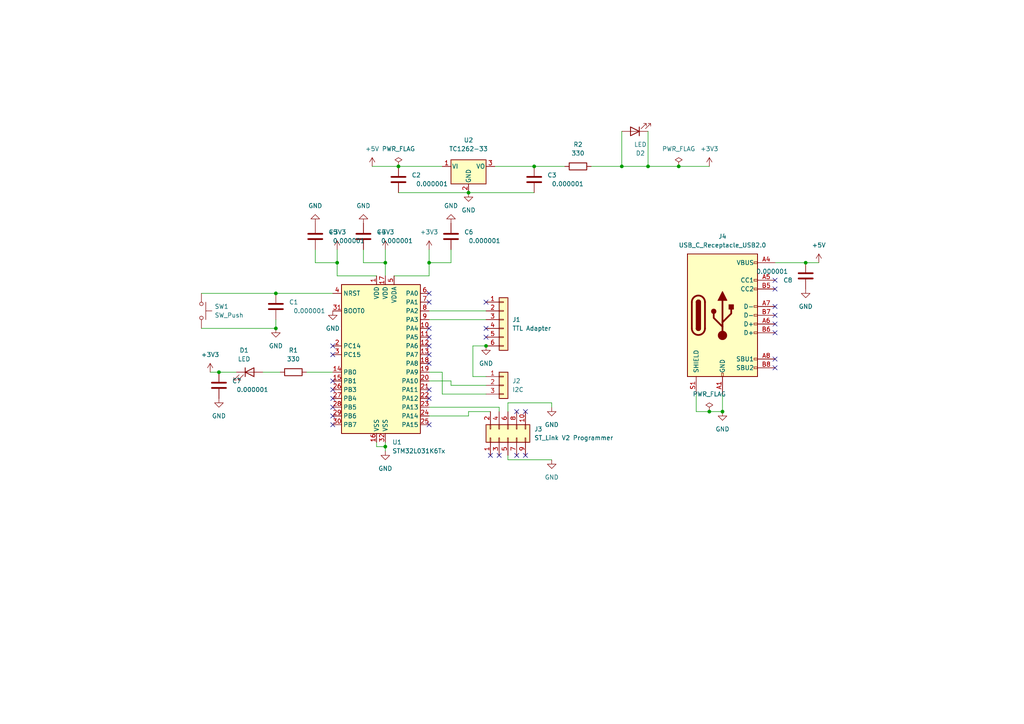
<source format=kicad_sch>
(kicad_sch (version 20230121) (generator eeschema)

  (uuid 6abc5660-8789-487e-aa0c-d60739922279)

  (paper "A4")

  (lib_symbols
    (symbol "Connector:USB_C_Receptacle_USB2.0" (pin_names (offset 1.016)) (in_bom yes) (on_board yes)
      (property "Reference" "J" (at -10.16 19.05 0)
        (effects (font (size 1.27 1.27)) (justify left))
      )
      (property "Value" "USB_C_Receptacle_USB2.0" (at 19.05 19.05 0)
        (effects (font (size 1.27 1.27)) (justify right))
      )
      (property "Footprint" "" (at 3.81 0 0)
        (effects (font (size 1.27 1.27)) hide)
      )
      (property "Datasheet" "https://www.usb.org/sites/default/files/documents/usb_type-c.zip" (at 3.81 0 0)
        (effects (font (size 1.27 1.27)) hide)
      )
      (property "ki_keywords" "usb universal serial bus type-C USB2.0" (at 0 0 0)
        (effects (font (size 1.27 1.27)) hide)
      )
      (property "ki_description" "USB 2.0-only Type-C Receptacle connector" (at 0 0 0)
        (effects (font (size 1.27 1.27)) hide)
      )
      (property "ki_fp_filters" "USB*C*Receptacle*" (at 0 0 0)
        (effects (font (size 1.27 1.27)) hide)
      )
      (symbol "USB_C_Receptacle_USB2.0_0_0"
        (rectangle (start -0.254 -17.78) (end 0.254 -16.764)
          (stroke (width 0) (type default))
          (fill (type none))
        )
        (rectangle (start 10.16 -14.986) (end 9.144 -15.494)
          (stroke (width 0) (type default))
          (fill (type none))
        )
        (rectangle (start 10.16 -12.446) (end 9.144 -12.954)
          (stroke (width 0) (type default))
          (fill (type none))
        )
        (rectangle (start 10.16 -4.826) (end 9.144 -5.334)
          (stroke (width 0) (type default))
          (fill (type none))
        )
        (rectangle (start 10.16 -2.286) (end 9.144 -2.794)
          (stroke (width 0) (type default))
          (fill (type none))
        )
        (rectangle (start 10.16 0.254) (end 9.144 -0.254)
          (stroke (width 0) (type default))
          (fill (type none))
        )
        (rectangle (start 10.16 2.794) (end 9.144 2.286)
          (stroke (width 0) (type default))
          (fill (type none))
        )
        (rectangle (start 10.16 7.874) (end 9.144 7.366)
          (stroke (width 0) (type default))
          (fill (type none))
        )
        (rectangle (start 10.16 10.414) (end 9.144 9.906)
          (stroke (width 0) (type default))
          (fill (type none))
        )
        (rectangle (start 10.16 15.494) (end 9.144 14.986)
          (stroke (width 0) (type default))
          (fill (type none))
        )
      )
      (symbol "USB_C_Receptacle_USB2.0_0_1"
        (rectangle (start -10.16 17.78) (end 10.16 -17.78)
          (stroke (width 0.254) (type default))
          (fill (type background))
        )
        (arc (start -8.89 -3.81) (mid -6.985 -5.7067) (end -5.08 -3.81)
          (stroke (width 0.508) (type default))
          (fill (type none))
        )
        (arc (start -7.62 -3.81) (mid -6.985 -4.4423) (end -6.35 -3.81)
          (stroke (width 0.254) (type default))
          (fill (type none))
        )
        (arc (start -7.62 -3.81) (mid -6.985 -4.4423) (end -6.35 -3.81)
          (stroke (width 0.254) (type default))
          (fill (type outline))
        )
        (rectangle (start -7.62 -3.81) (end -6.35 3.81)
          (stroke (width 0.254) (type default))
          (fill (type outline))
        )
        (arc (start -6.35 3.81) (mid -6.985 4.4423) (end -7.62 3.81)
          (stroke (width 0.254) (type default))
          (fill (type none))
        )
        (arc (start -6.35 3.81) (mid -6.985 4.4423) (end -7.62 3.81)
          (stroke (width 0.254) (type default))
          (fill (type outline))
        )
        (arc (start -5.08 3.81) (mid -6.985 5.7067) (end -8.89 3.81)
          (stroke (width 0.508) (type default))
          (fill (type none))
        )
        (circle (center -2.54 1.143) (radius 0.635)
          (stroke (width 0.254) (type default))
          (fill (type outline))
        )
        (circle (center 0 -5.842) (radius 1.27)
          (stroke (width 0) (type default))
          (fill (type outline))
        )
        (polyline
          (pts
            (xy -8.89 -3.81)
            (xy -8.89 3.81)
          )
          (stroke (width 0.508) (type default))
          (fill (type none))
        )
        (polyline
          (pts
            (xy -5.08 3.81)
            (xy -5.08 -3.81)
          )
          (stroke (width 0.508) (type default))
          (fill (type none))
        )
        (polyline
          (pts
            (xy 0 -5.842)
            (xy 0 4.318)
          )
          (stroke (width 0.508) (type default))
          (fill (type none))
        )
        (polyline
          (pts
            (xy 0 -3.302)
            (xy -2.54 -0.762)
            (xy -2.54 0.508)
          )
          (stroke (width 0.508) (type default))
          (fill (type none))
        )
        (polyline
          (pts
            (xy 0 -2.032)
            (xy 2.54 0.508)
            (xy 2.54 1.778)
          )
          (stroke (width 0.508) (type default))
          (fill (type none))
        )
        (polyline
          (pts
            (xy -1.27 4.318)
            (xy 0 6.858)
            (xy 1.27 4.318)
            (xy -1.27 4.318)
          )
          (stroke (width 0.254) (type default))
          (fill (type outline))
        )
        (rectangle (start 1.905 1.778) (end 3.175 3.048)
          (stroke (width 0.254) (type default))
          (fill (type outline))
        )
      )
      (symbol "USB_C_Receptacle_USB2.0_1_1"
        (pin passive line (at 0 -22.86 90) (length 5.08)
          (name "GND" (effects (font (size 1.27 1.27))))
          (number "A1" (effects (font (size 1.27 1.27))))
        )
        (pin passive line (at 0 -22.86 90) (length 5.08) hide
          (name "GND" (effects (font (size 1.27 1.27))))
          (number "A12" (effects (font (size 1.27 1.27))))
        )
        (pin passive line (at 15.24 15.24 180) (length 5.08)
          (name "VBUS" (effects (font (size 1.27 1.27))))
          (number "A4" (effects (font (size 1.27 1.27))))
        )
        (pin bidirectional line (at 15.24 10.16 180) (length 5.08)
          (name "CC1" (effects (font (size 1.27 1.27))))
          (number "A5" (effects (font (size 1.27 1.27))))
        )
        (pin bidirectional line (at 15.24 -2.54 180) (length 5.08)
          (name "D+" (effects (font (size 1.27 1.27))))
          (number "A6" (effects (font (size 1.27 1.27))))
        )
        (pin bidirectional line (at 15.24 2.54 180) (length 5.08)
          (name "D-" (effects (font (size 1.27 1.27))))
          (number "A7" (effects (font (size 1.27 1.27))))
        )
        (pin bidirectional line (at 15.24 -12.7 180) (length 5.08)
          (name "SBU1" (effects (font (size 1.27 1.27))))
          (number "A8" (effects (font (size 1.27 1.27))))
        )
        (pin passive line (at 15.24 15.24 180) (length 5.08) hide
          (name "VBUS" (effects (font (size 1.27 1.27))))
          (number "A9" (effects (font (size 1.27 1.27))))
        )
        (pin passive line (at 0 -22.86 90) (length 5.08) hide
          (name "GND" (effects (font (size 1.27 1.27))))
          (number "B1" (effects (font (size 1.27 1.27))))
        )
        (pin passive line (at 0 -22.86 90) (length 5.08) hide
          (name "GND" (effects (font (size 1.27 1.27))))
          (number "B12" (effects (font (size 1.27 1.27))))
        )
        (pin passive line (at 15.24 15.24 180) (length 5.08) hide
          (name "VBUS" (effects (font (size 1.27 1.27))))
          (number "B4" (effects (font (size 1.27 1.27))))
        )
        (pin bidirectional line (at 15.24 7.62 180) (length 5.08)
          (name "CC2" (effects (font (size 1.27 1.27))))
          (number "B5" (effects (font (size 1.27 1.27))))
        )
        (pin bidirectional line (at 15.24 -5.08 180) (length 5.08)
          (name "D+" (effects (font (size 1.27 1.27))))
          (number "B6" (effects (font (size 1.27 1.27))))
        )
        (pin bidirectional line (at 15.24 0 180) (length 5.08)
          (name "D-" (effects (font (size 1.27 1.27))))
          (number "B7" (effects (font (size 1.27 1.27))))
        )
        (pin bidirectional line (at 15.24 -15.24 180) (length 5.08)
          (name "SBU2" (effects (font (size 1.27 1.27))))
          (number "B8" (effects (font (size 1.27 1.27))))
        )
        (pin passive line (at 15.24 15.24 180) (length 5.08) hide
          (name "VBUS" (effects (font (size 1.27 1.27))))
          (number "B9" (effects (font (size 1.27 1.27))))
        )
        (pin passive line (at -7.62 -22.86 90) (length 5.08)
          (name "SHIELD" (effects (font (size 1.27 1.27))))
          (number "S1" (effects (font (size 1.27 1.27))))
        )
      )
    )
    (symbol "Connector_Generic:Conn_01x03" (pin_names (offset 1.016) hide) (in_bom yes) (on_board yes)
      (property "Reference" "J" (at 0 5.08 0)
        (effects (font (size 1.27 1.27)))
      )
      (property "Value" "Conn_01x03" (at 0 -5.08 0)
        (effects (font (size 1.27 1.27)))
      )
      (property "Footprint" "" (at 0 0 0)
        (effects (font (size 1.27 1.27)) hide)
      )
      (property "Datasheet" "~" (at 0 0 0)
        (effects (font (size 1.27 1.27)) hide)
      )
      (property "ki_keywords" "connector" (at 0 0 0)
        (effects (font (size 1.27 1.27)) hide)
      )
      (property "ki_description" "Generic connector, single row, 01x03, script generated (kicad-library-utils/schlib/autogen/connector/)" (at 0 0 0)
        (effects (font (size 1.27 1.27)) hide)
      )
      (property "ki_fp_filters" "Connector*:*_1x??_*" (at 0 0 0)
        (effects (font (size 1.27 1.27)) hide)
      )
      (symbol "Conn_01x03_1_1"
        (rectangle (start -1.27 -2.413) (end 0 -2.667)
          (stroke (width 0.1524) (type default))
          (fill (type none))
        )
        (rectangle (start -1.27 0.127) (end 0 -0.127)
          (stroke (width 0.1524) (type default))
          (fill (type none))
        )
        (rectangle (start -1.27 2.667) (end 0 2.413)
          (stroke (width 0.1524) (type default))
          (fill (type none))
        )
        (rectangle (start -1.27 3.81) (end 1.27 -3.81)
          (stroke (width 0.254) (type default))
          (fill (type background))
        )
        (pin passive line (at -5.08 2.54 0) (length 3.81)
          (name "Pin_1" (effects (font (size 1.27 1.27))))
          (number "1" (effects (font (size 1.27 1.27))))
        )
        (pin passive line (at -5.08 0 0) (length 3.81)
          (name "Pin_2" (effects (font (size 1.27 1.27))))
          (number "2" (effects (font (size 1.27 1.27))))
        )
        (pin passive line (at -5.08 -2.54 0) (length 3.81)
          (name "Pin_3" (effects (font (size 1.27 1.27))))
          (number "3" (effects (font (size 1.27 1.27))))
        )
      )
    )
    (symbol "Connector_Generic:Conn_01x06" (pin_names (offset 1.016) hide) (in_bom yes) (on_board yes)
      (property "Reference" "J" (at 0 7.62 0)
        (effects (font (size 1.27 1.27)))
      )
      (property "Value" "Conn_01x06" (at 0 -10.16 0)
        (effects (font (size 1.27 1.27)))
      )
      (property "Footprint" "" (at 0 0 0)
        (effects (font (size 1.27 1.27)) hide)
      )
      (property "Datasheet" "~" (at 0 0 0)
        (effects (font (size 1.27 1.27)) hide)
      )
      (property "ki_keywords" "connector" (at 0 0 0)
        (effects (font (size 1.27 1.27)) hide)
      )
      (property "ki_description" "Generic connector, single row, 01x06, script generated (kicad-library-utils/schlib/autogen/connector/)" (at 0 0 0)
        (effects (font (size 1.27 1.27)) hide)
      )
      (property "ki_fp_filters" "Connector*:*_1x??_*" (at 0 0 0)
        (effects (font (size 1.27 1.27)) hide)
      )
      (symbol "Conn_01x06_1_1"
        (rectangle (start -1.27 -7.493) (end 0 -7.747)
          (stroke (width 0.1524) (type default))
          (fill (type none))
        )
        (rectangle (start -1.27 -4.953) (end 0 -5.207)
          (stroke (width 0.1524) (type default))
          (fill (type none))
        )
        (rectangle (start -1.27 -2.413) (end 0 -2.667)
          (stroke (width 0.1524) (type default))
          (fill (type none))
        )
        (rectangle (start -1.27 0.127) (end 0 -0.127)
          (stroke (width 0.1524) (type default))
          (fill (type none))
        )
        (rectangle (start -1.27 2.667) (end 0 2.413)
          (stroke (width 0.1524) (type default))
          (fill (type none))
        )
        (rectangle (start -1.27 5.207) (end 0 4.953)
          (stroke (width 0.1524) (type default))
          (fill (type none))
        )
        (rectangle (start -1.27 6.35) (end 1.27 -8.89)
          (stroke (width 0.254) (type default))
          (fill (type background))
        )
        (pin passive line (at -5.08 5.08 0) (length 3.81)
          (name "Pin_1" (effects (font (size 1.27 1.27))))
          (number "1" (effects (font (size 1.27 1.27))))
        )
        (pin passive line (at -5.08 2.54 0) (length 3.81)
          (name "Pin_2" (effects (font (size 1.27 1.27))))
          (number "2" (effects (font (size 1.27 1.27))))
        )
        (pin passive line (at -5.08 0 0) (length 3.81)
          (name "Pin_3" (effects (font (size 1.27 1.27))))
          (number "3" (effects (font (size 1.27 1.27))))
        )
        (pin passive line (at -5.08 -2.54 0) (length 3.81)
          (name "Pin_4" (effects (font (size 1.27 1.27))))
          (number "4" (effects (font (size 1.27 1.27))))
        )
        (pin passive line (at -5.08 -5.08 0) (length 3.81)
          (name "Pin_5" (effects (font (size 1.27 1.27))))
          (number "5" (effects (font (size 1.27 1.27))))
        )
        (pin passive line (at -5.08 -7.62 0) (length 3.81)
          (name "Pin_6" (effects (font (size 1.27 1.27))))
          (number "6" (effects (font (size 1.27 1.27))))
        )
      )
    )
    (symbol "Connector_Generic:Conn_02x05_Odd_Even" (pin_names (offset 1.016) hide) (in_bom yes) (on_board yes)
      (property "Reference" "J" (at 1.27 7.62 0)
        (effects (font (size 1.27 1.27)))
      )
      (property "Value" "Conn_02x05_Odd_Even" (at 1.27 -7.62 0)
        (effects (font (size 1.27 1.27)))
      )
      (property "Footprint" "" (at 0 0 0)
        (effects (font (size 1.27 1.27)) hide)
      )
      (property "Datasheet" "~" (at 0 0 0)
        (effects (font (size 1.27 1.27)) hide)
      )
      (property "ki_keywords" "connector" (at 0 0 0)
        (effects (font (size 1.27 1.27)) hide)
      )
      (property "ki_description" "Generic connector, double row, 02x05, odd/even pin numbering scheme (row 1 odd numbers, row 2 even numbers), script generated (kicad-library-utils/schlib/autogen/connector/)" (at 0 0 0)
        (effects (font (size 1.27 1.27)) hide)
      )
      (property "ki_fp_filters" "Connector*:*_2x??_*" (at 0 0 0)
        (effects (font (size 1.27 1.27)) hide)
      )
      (symbol "Conn_02x05_Odd_Even_1_1"
        (rectangle (start -1.27 -4.953) (end 0 -5.207)
          (stroke (width 0.1524) (type default))
          (fill (type none))
        )
        (rectangle (start -1.27 -2.413) (end 0 -2.667)
          (stroke (width 0.1524) (type default))
          (fill (type none))
        )
        (rectangle (start -1.27 0.127) (end 0 -0.127)
          (stroke (width 0.1524) (type default))
          (fill (type none))
        )
        (rectangle (start -1.27 2.667) (end 0 2.413)
          (stroke (width 0.1524) (type default))
          (fill (type none))
        )
        (rectangle (start -1.27 5.207) (end 0 4.953)
          (stroke (width 0.1524) (type default))
          (fill (type none))
        )
        (rectangle (start -1.27 6.35) (end 3.81 -6.35)
          (stroke (width 0.254) (type default))
          (fill (type background))
        )
        (rectangle (start 3.81 -4.953) (end 2.54 -5.207)
          (stroke (width 0.1524) (type default))
          (fill (type none))
        )
        (rectangle (start 3.81 -2.413) (end 2.54 -2.667)
          (stroke (width 0.1524) (type default))
          (fill (type none))
        )
        (rectangle (start 3.81 0.127) (end 2.54 -0.127)
          (stroke (width 0.1524) (type default))
          (fill (type none))
        )
        (rectangle (start 3.81 2.667) (end 2.54 2.413)
          (stroke (width 0.1524) (type default))
          (fill (type none))
        )
        (rectangle (start 3.81 5.207) (end 2.54 4.953)
          (stroke (width 0.1524) (type default))
          (fill (type none))
        )
        (pin passive line (at -5.08 5.08 0) (length 3.81)
          (name "Pin_1" (effects (font (size 1.27 1.27))))
          (number "1" (effects (font (size 1.27 1.27))))
        )
        (pin passive line (at 7.62 -5.08 180) (length 3.81)
          (name "Pin_10" (effects (font (size 1.27 1.27))))
          (number "10" (effects (font (size 1.27 1.27))))
        )
        (pin passive line (at 7.62 5.08 180) (length 3.81)
          (name "Pin_2" (effects (font (size 1.27 1.27))))
          (number "2" (effects (font (size 1.27 1.27))))
        )
        (pin passive line (at -5.08 2.54 0) (length 3.81)
          (name "Pin_3" (effects (font (size 1.27 1.27))))
          (number "3" (effects (font (size 1.27 1.27))))
        )
        (pin passive line (at 7.62 2.54 180) (length 3.81)
          (name "Pin_4" (effects (font (size 1.27 1.27))))
          (number "4" (effects (font (size 1.27 1.27))))
        )
        (pin passive line (at -5.08 0 0) (length 3.81)
          (name "Pin_5" (effects (font (size 1.27 1.27))))
          (number "5" (effects (font (size 1.27 1.27))))
        )
        (pin passive line (at 7.62 0 180) (length 3.81)
          (name "Pin_6" (effects (font (size 1.27 1.27))))
          (number "6" (effects (font (size 1.27 1.27))))
        )
        (pin passive line (at -5.08 -2.54 0) (length 3.81)
          (name "Pin_7" (effects (font (size 1.27 1.27))))
          (number "7" (effects (font (size 1.27 1.27))))
        )
        (pin passive line (at 7.62 -2.54 180) (length 3.81)
          (name "Pin_8" (effects (font (size 1.27 1.27))))
          (number "8" (effects (font (size 1.27 1.27))))
        )
        (pin passive line (at -5.08 -5.08 0) (length 3.81)
          (name "Pin_9" (effects (font (size 1.27 1.27))))
          (number "9" (effects (font (size 1.27 1.27))))
        )
      )
    )
    (symbol "Device:C" (pin_numbers hide) (pin_names (offset 0.254)) (in_bom yes) (on_board yes)
      (property "Reference" "C" (at 0.635 2.54 0)
        (effects (font (size 1.27 1.27)) (justify left))
      )
      (property "Value" "C" (at 0.635 -2.54 0)
        (effects (font (size 1.27 1.27)) (justify left))
      )
      (property "Footprint" "" (at 0.9652 -3.81 0)
        (effects (font (size 1.27 1.27)) hide)
      )
      (property "Datasheet" "~" (at 0 0 0)
        (effects (font (size 1.27 1.27)) hide)
      )
      (property "ki_keywords" "cap capacitor" (at 0 0 0)
        (effects (font (size 1.27 1.27)) hide)
      )
      (property "ki_description" "Unpolarized capacitor" (at 0 0 0)
        (effects (font (size 1.27 1.27)) hide)
      )
      (property "ki_fp_filters" "C_*" (at 0 0 0)
        (effects (font (size 1.27 1.27)) hide)
      )
      (symbol "C_0_1"
        (polyline
          (pts
            (xy -2.032 -0.762)
            (xy 2.032 -0.762)
          )
          (stroke (width 0.508) (type default))
          (fill (type none))
        )
        (polyline
          (pts
            (xy -2.032 0.762)
            (xy 2.032 0.762)
          )
          (stroke (width 0.508) (type default))
          (fill (type none))
        )
      )
      (symbol "C_1_1"
        (pin passive line (at 0 3.81 270) (length 2.794)
          (name "~" (effects (font (size 1.27 1.27))))
          (number "1" (effects (font (size 1.27 1.27))))
        )
        (pin passive line (at 0 -3.81 90) (length 2.794)
          (name "~" (effects (font (size 1.27 1.27))))
          (number "2" (effects (font (size 1.27 1.27))))
        )
      )
    )
    (symbol "Device:LED" (pin_numbers hide) (pin_names (offset 1.016) hide) (in_bom yes) (on_board yes)
      (property "Reference" "D" (at 0 2.54 0)
        (effects (font (size 1.27 1.27)))
      )
      (property "Value" "LED" (at 0 -2.54 0)
        (effects (font (size 1.27 1.27)))
      )
      (property "Footprint" "" (at 0 0 0)
        (effects (font (size 1.27 1.27)) hide)
      )
      (property "Datasheet" "~" (at 0 0 0)
        (effects (font (size 1.27 1.27)) hide)
      )
      (property "ki_keywords" "LED diode" (at 0 0 0)
        (effects (font (size 1.27 1.27)) hide)
      )
      (property "ki_description" "Light emitting diode" (at 0 0 0)
        (effects (font (size 1.27 1.27)) hide)
      )
      (property "ki_fp_filters" "LED* LED_SMD:* LED_THT:*" (at 0 0 0)
        (effects (font (size 1.27 1.27)) hide)
      )
      (symbol "LED_0_1"
        (polyline
          (pts
            (xy -1.27 -1.27)
            (xy -1.27 1.27)
          )
          (stroke (width 0.254) (type default))
          (fill (type none))
        )
        (polyline
          (pts
            (xy -1.27 0)
            (xy 1.27 0)
          )
          (stroke (width 0) (type default))
          (fill (type none))
        )
        (polyline
          (pts
            (xy 1.27 -1.27)
            (xy 1.27 1.27)
            (xy -1.27 0)
            (xy 1.27 -1.27)
          )
          (stroke (width 0.254) (type default))
          (fill (type none))
        )
        (polyline
          (pts
            (xy -3.048 -0.762)
            (xy -4.572 -2.286)
            (xy -3.81 -2.286)
            (xy -4.572 -2.286)
            (xy -4.572 -1.524)
          )
          (stroke (width 0) (type default))
          (fill (type none))
        )
        (polyline
          (pts
            (xy -1.778 -0.762)
            (xy -3.302 -2.286)
            (xy -2.54 -2.286)
            (xy -3.302 -2.286)
            (xy -3.302 -1.524)
          )
          (stroke (width 0) (type default))
          (fill (type none))
        )
      )
      (symbol "LED_1_1"
        (pin passive line (at -3.81 0 0) (length 2.54)
          (name "K" (effects (font (size 1.27 1.27))))
          (number "1" (effects (font (size 1.27 1.27))))
        )
        (pin passive line (at 3.81 0 180) (length 2.54)
          (name "A" (effects (font (size 1.27 1.27))))
          (number "2" (effects (font (size 1.27 1.27))))
        )
      )
    )
    (symbol "Device:R" (pin_numbers hide) (pin_names (offset 0)) (in_bom yes) (on_board yes)
      (property "Reference" "R" (at 2.032 0 90)
        (effects (font (size 1.27 1.27)))
      )
      (property "Value" "R" (at 0 0 90)
        (effects (font (size 1.27 1.27)))
      )
      (property "Footprint" "" (at -1.778 0 90)
        (effects (font (size 1.27 1.27)) hide)
      )
      (property "Datasheet" "~" (at 0 0 0)
        (effects (font (size 1.27 1.27)) hide)
      )
      (property "ki_keywords" "R res resistor" (at 0 0 0)
        (effects (font (size 1.27 1.27)) hide)
      )
      (property "ki_description" "Resistor" (at 0 0 0)
        (effects (font (size 1.27 1.27)) hide)
      )
      (property "ki_fp_filters" "R_*" (at 0 0 0)
        (effects (font (size 1.27 1.27)) hide)
      )
      (symbol "R_0_1"
        (rectangle (start -1.016 -2.54) (end 1.016 2.54)
          (stroke (width 0.254) (type default))
          (fill (type none))
        )
      )
      (symbol "R_1_1"
        (pin passive line (at 0 3.81 270) (length 1.27)
          (name "~" (effects (font (size 1.27 1.27))))
          (number "1" (effects (font (size 1.27 1.27))))
        )
        (pin passive line (at 0 -3.81 90) (length 1.27)
          (name "~" (effects (font (size 1.27 1.27))))
          (number "2" (effects (font (size 1.27 1.27))))
        )
      )
    )
    (symbol "GND_1" (power) (pin_names (offset 0)) (in_bom yes) (on_board yes)
      (property "Reference" "#PWR" (at 0 -6.35 0)
        (effects (font (size 1.27 1.27)) hide)
      )
      (property "Value" "GND_1" (at 0 -3.81 0)
        (effects (font (size 1.27 1.27)))
      )
      (property "Footprint" "" (at 0 0 0)
        (effects (font (size 1.27 1.27)) hide)
      )
      (property "Datasheet" "" (at 0 0 0)
        (effects (font (size 1.27 1.27)) hide)
      )
      (property "ki_keywords" "global power" (at 0 0 0)
        (effects (font (size 1.27 1.27)) hide)
      )
      (property "ki_description" "Power symbol creates a global label with name \"GND\" , ground" (at 0 0 0)
        (effects (font (size 1.27 1.27)) hide)
      )
      (symbol "GND_1_0_1"
        (polyline
          (pts
            (xy 0 0)
            (xy 0 -1.27)
            (xy 1.27 -1.27)
            (xy 0 -2.54)
            (xy -1.27 -1.27)
            (xy 0 -1.27)
          )
          (stroke (width 0) (type default))
          (fill (type none))
        )
      )
      (symbol "GND_1_1_1"
        (pin power_in line (at 0 0 270) (length 0) hide
          (name "GND" (effects (font (size 1.27 1.27))))
          (number "1" (effects (font (size 1.27 1.27))))
        )
      )
    )
    (symbol "GND_2" (power) (pin_names (offset 0)) (in_bom yes) (on_board yes)
      (property "Reference" "#PWR" (at 0 -6.35 0)
        (effects (font (size 1.27 1.27)) hide)
      )
      (property "Value" "GND_2" (at 0 -3.81 0)
        (effects (font (size 1.27 1.27)))
      )
      (property "Footprint" "" (at 0 0 0)
        (effects (font (size 1.27 1.27)) hide)
      )
      (property "Datasheet" "" (at 0 0 0)
        (effects (font (size 1.27 1.27)) hide)
      )
      (property "ki_keywords" "global power" (at 0 0 0)
        (effects (font (size 1.27 1.27)) hide)
      )
      (property "ki_description" "Power symbol creates a global label with name \"GND\" , ground" (at 0 0 0)
        (effects (font (size 1.27 1.27)) hide)
      )
      (symbol "GND_2_0_1"
        (polyline
          (pts
            (xy 0 0)
            (xy 0 -1.27)
            (xy 1.27 -1.27)
            (xy 0 -2.54)
            (xy -1.27 -1.27)
            (xy 0 -1.27)
          )
          (stroke (width 0) (type default))
          (fill (type none))
        )
      )
      (symbol "GND_2_1_1"
        (pin power_in line (at 0 0 270) (length 0) hide
          (name "GND" (effects (font (size 1.27 1.27))))
          (number "1" (effects (font (size 1.27 1.27))))
        )
      )
    )
    (symbol "GND_3" (power) (pin_names (offset 0)) (in_bom yes) (on_board yes)
      (property "Reference" "#PWR" (at 0 -6.35 0)
        (effects (font (size 1.27 1.27)) hide)
      )
      (property "Value" "GND_3" (at 0 -3.81 0)
        (effects (font (size 1.27 1.27)))
      )
      (property "Footprint" "" (at 0 0 0)
        (effects (font (size 1.27 1.27)) hide)
      )
      (property "Datasheet" "" (at 0 0 0)
        (effects (font (size 1.27 1.27)) hide)
      )
      (property "ki_keywords" "global power" (at 0 0 0)
        (effects (font (size 1.27 1.27)) hide)
      )
      (property "ki_description" "Power symbol creates a global label with name \"GND\" , ground" (at 0 0 0)
        (effects (font (size 1.27 1.27)) hide)
      )
      (symbol "GND_3_0_1"
        (polyline
          (pts
            (xy 0 0)
            (xy 0 -1.27)
            (xy 1.27 -1.27)
            (xy 0 -2.54)
            (xy -1.27 -1.27)
            (xy 0 -1.27)
          )
          (stroke (width 0) (type default))
          (fill (type none))
        )
      )
      (symbol "GND_3_1_1"
        (pin power_in line (at 0 0 270) (length 0) hide
          (name "GND" (effects (font (size 1.27 1.27))))
          (number "1" (effects (font (size 1.27 1.27))))
        )
      )
    )
    (symbol "MCU_ST_STM32L0:STM32L031K6Tx" (in_bom yes) (on_board yes)
      (property "Reference" "U" (at -12.7 21.59 0)
        (effects (font (size 1.27 1.27)) (justify left))
      )
      (property "Value" "STM32L031K6Tx" (at 5.08 21.59 0)
        (effects (font (size 1.27 1.27)) (justify left))
      )
      (property "Footprint" "Package_QFP:LQFP-32_7x7mm_P0.8mm" (at -12.7 -22.86 0)
        (effects (font (size 1.27 1.27)) (justify right) hide)
      )
      (property "Datasheet" "http://www.st.com/st-web-ui/static/active/en/resource/technical/document/datasheet/DM00140359.pdf" (at 0 0 0)
        (effects (font (size 1.27 1.27)) hide)
      )
      (property "ki_keywords" "ARM Cortex-M0+ STM32L0 STM32L0x1" (at 0 0 0)
        (effects (font (size 1.27 1.27)) hide)
      )
      (property "ki_description" "ARM Cortex-M0+ MCU, 32KB flash, 8KB RAM, 32MHz, 1.65-3.6V, 25 GPIO, LQFP-32" (at 0 0 0)
        (effects (font (size 1.27 1.27)) hide)
      )
      (property "ki_fp_filters" "LQFP*7x7mm*P0.8mm*" (at 0 0 0)
        (effects (font (size 1.27 1.27)) hide)
      )
      (symbol "STM32L031K6Tx_0_1"
        (rectangle (start -12.7 -22.86) (end 10.16 20.32)
          (stroke (width 0.254) (type default))
          (fill (type background))
        )
      )
      (symbol "STM32L031K6Tx_1_1"
        (pin power_in line (at -2.54 22.86 270) (length 2.54)
          (name "VDD" (effects (font (size 1.27 1.27))))
          (number "1" (effects (font (size 1.27 1.27))))
        )
        (pin bidirectional line (at 12.7 7.62 180) (length 2.54)
          (name "PA4" (effects (font (size 1.27 1.27))))
          (number "10" (effects (font (size 1.27 1.27))))
        )
        (pin bidirectional line (at 12.7 5.08 180) (length 2.54)
          (name "PA5" (effects (font (size 1.27 1.27))))
          (number "11" (effects (font (size 1.27 1.27))))
        )
        (pin bidirectional line (at 12.7 2.54 180) (length 2.54)
          (name "PA6" (effects (font (size 1.27 1.27))))
          (number "12" (effects (font (size 1.27 1.27))))
        )
        (pin bidirectional line (at 12.7 0 180) (length 2.54)
          (name "PA7" (effects (font (size 1.27 1.27))))
          (number "13" (effects (font (size 1.27 1.27))))
        )
        (pin bidirectional line (at -15.24 -5.08 0) (length 2.54)
          (name "PB0" (effects (font (size 1.27 1.27))))
          (number "14" (effects (font (size 1.27 1.27))))
        )
        (pin bidirectional line (at -15.24 -7.62 0) (length 2.54)
          (name "PB1" (effects (font (size 1.27 1.27))))
          (number "15" (effects (font (size 1.27 1.27))))
        )
        (pin power_in line (at -2.54 -25.4 90) (length 2.54)
          (name "VSS" (effects (font (size 1.27 1.27))))
          (number "16" (effects (font (size 1.27 1.27))))
        )
        (pin power_in line (at 0 22.86 270) (length 2.54)
          (name "VDD" (effects (font (size 1.27 1.27))))
          (number "17" (effects (font (size 1.27 1.27))))
        )
        (pin bidirectional line (at 12.7 -2.54 180) (length 2.54)
          (name "PA8" (effects (font (size 1.27 1.27))))
          (number "18" (effects (font (size 1.27 1.27))))
        )
        (pin bidirectional line (at 12.7 -5.08 180) (length 2.54)
          (name "PA9" (effects (font (size 1.27 1.27))))
          (number "19" (effects (font (size 1.27 1.27))))
        )
        (pin bidirectional line (at -15.24 2.54 0) (length 2.54)
          (name "PC14" (effects (font (size 1.27 1.27))))
          (number "2" (effects (font (size 1.27 1.27))))
        )
        (pin bidirectional line (at 12.7 -7.62 180) (length 2.54)
          (name "PA10" (effects (font (size 1.27 1.27))))
          (number "20" (effects (font (size 1.27 1.27))))
        )
        (pin bidirectional line (at 12.7 -10.16 180) (length 2.54)
          (name "PA11" (effects (font (size 1.27 1.27))))
          (number "21" (effects (font (size 1.27 1.27))))
        )
        (pin bidirectional line (at 12.7 -12.7 180) (length 2.54)
          (name "PA12" (effects (font (size 1.27 1.27))))
          (number "22" (effects (font (size 1.27 1.27))))
        )
        (pin bidirectional line (at 12.7 -15.24 180) (length 2.54)
          (name "PA13" (effects (font (size 1.27 1.27))))
          (number "23" (effects (font (size 1.27 1.27))))
        )
        (pin bidirectional line (at 12.7 -17.78 180) (length 2.54)
          (name "PA14" (effects (font (size 1.27 1.27))))
          (number "24" (effects (font (size 1.27 1.27))))
        )
        (pin bidirectional line (at 12.7 -20.32 180) (length 2.54)
          (name "PA15" (effects (font (size 1.27 1.27))))
          (number "25" (effects (font (size 1.27 1.27))))
        )
        (pin bidirectional line (at -15.24 -10.16 0) (length 2.54)
          (name "PB3" (effects (font (size 1.27 1.27))))
          (number "26" (effects (font (size 1.27 1.27))))
        )
        (pin bidirectional line (at -15.24 -12.7 0) (length 2.54)
          (name "PB4" (effects (font (size 1.27 1.27))))
          (number "27" (effects (font (size 1.27 1.27))))
        )
        (pin bidirectional line (at -15.24 -15.24 0) (length 2.54)
          (name "PB5" (effects (font (size 1.27 1.27))))
          (number "28" (effects (font (size 1.27 1.27))))
        )
        (pin bidirectional line (at -15.24 -17.78 0) (length 2.54)
          (name "PB6" (effects (font (size 1.27 1.27))))
          (number "29" (effects (font (size 1.27 1.27))))
        )
        (pin bidirectional line (at -15.24 0 0) (length 2.54)
          (name "PC15" (effects (font (size 1.27 1.27))))
          (number "3" (effects (font (size 1.27 1.27))))
        )
        (pin bidirectional line (at -15.24 -20.32 0) (length 2.54)
          (name "PB7" (effects (font (size 1.27 1.27))))
          (number "30" (effects (font (size 1.27 1.27))))
        )
        (pin input line (at -15.24 12.7 0) (length 2.54)
          (name "BOOT0" (effects (font (size 1.27 1.27))))
          (number "31" (effects (font (size 1.27 1.27))))
        )
        (pin power_in line (at 0 -25.4 90) (length 2.54)
          (name "VSS" (effects (font (size 1.27 1.27))))
          (number "32" (effects (font (size 1.27 1.27))))
        )
        (pin input line (at -15.24 17.78 0) (length 2.54)
          (name "NRST" (effects (font (size 1.27 1.27))))
          (number "4" (effects (font (size 1.27 1.27))))
        )
        (pin power_in line (at 2.54 22.86 270) (length 2.54)
          (name "VDDA" (effects (font (size 1.27 1.27))))
          (number "5" (effects (font (size 1.27 1.27))))
        )
        (pin bidirectional line (at 12.7 17.78 180) (length 2.54)
          (name "PA0" (effects (font (size 1.27 1.27))))
          (number "6" (effects (font (size 1.27 1.27))))
        )
        (pin bidirectional line (at 12.7 15.24 180) (length 2.54)
          (name "PA1" (effects (font (size 1.27 1.27))))
          (number "7" (effects (font (size 1.27 1.27))))
        )
        (pin bidirectional line (at 12.7 12.7 180) (length 2.54)
          (name "PA2" (effects (font (size 1.27 1.27))))
          (number "8" (effects (font (size 1.27 1.27))))
        )
        (pin bidirectional line (at 12.7 10.16 180) (length 2.54)
          (name "PA3" (effects (font (size 1.27 1.27))))
          (number "9" (effects (font (size 1.27 1.27))))
        )
      )
    )
    (symbol "Regulator_Linear:TC1262-33" (pin_names (offset 0.254)) (in_bom yes) (on_board yes)
      (property "Reference" "U" (at -3.81 3.175 0)
        (effects (font (size 1.27 1.27)))
      )
      (property "Value" "TC1262-33" (at 0 3.175 0)
        (effects (font (size 1.27 1.27)) (justify left))
      )
      (property "Footprint" "" (at 0 5.715 0)
        (effects (font (size 1.27 1.27) italic) hide)
      )
      (property "Datasheet" "http://ww1.microchip.com/downloads/en/DeviceDoc/21373C.pdf" (at 0 -7.62 0)
        (effects (font (size 1.27 1.27)) hide)
      )
      (property "ki_keywords" "Voltage Regulator 3.3V 500mA Positive CMOS LDO Microchip" (at 0 0 0)
        (effects (font (size 1.27 1.27)) hide)
      )
      (property "ki_description" "500mA Low Dropout CMOS Voltage Regulator, Fixed Output 3.3V, TO-220/SOT-223/TO-263" (at 0 0 0)
        (effects (font (size 1.27 1.27)) hide)
      )
      (property "ki_fp_filters" "SOT?223* TO?220* TO?263*" (at 0 0 0)
        (effects (font (size 1.27 1.27)) hide)
      )
      (symbol "TC1262-33_1_1"
        (rectangle (start -5.08 1.905) (end 5.08 -5.08)
          (stroke (width 0.254) (type default))
          (fill (type background))
        )
        (pin power_in line (at -7.62 0 0) (length 2.54)
          (name "VI" (effects (font (size 1.27 1.27))))
          (number "1" (effects (font (size 1.27 1.27))))
        )
        (pin power_in line (at 0 -7.62 90) (length 2.54)
          (name "GND" (effects (font (size 1.27 1.27))))
          (number "2" (effects (font (size 1.27 1.27))))
        )
        (pin power_out line (at 7.62 0 180) (length 2.54)
          (name "VO" (effects (font (size 1.27 1.27))))
          (number "3" (effects (font (size 1.27 1.27))))
        )
      )
    )
    (symbol "Switch:SW_Push" (pin_numbers hide) (pin_names (offset 1.016) hide) (in_bom yes) (on_board yes)
      (property "Reference" "SW" (at 1.27 2.54 0)
        (effects (font (size 1.27 1.27)) (justify left))
      )
      (property "Value" "SW_Push" (at 0 -1.524 0)
        (effects (font (size 1.27 1.27)))
      )
      (property "Footprint" "" (at 0 5.08 0)
        (effects (font (size 1.27 1.27)) hide)
      )
      (property "Datasheet" "~" (at 0 5.08 0)
        (effects (font (size 1.27 1.27)) hide)
      )
      (property "ki_keywords" "switch normally-open pushbutton push-button" (at 0 0 0)
        (effects (font (size 1.27 1.27)) hide)
      )
      (property "ki_description" "Push button switch, generic, two pins" (at 0 0 0)
        (effects (font (size 1.27 1.27)) hide)
      )
      (symbol "SW_Push_0_1"
        (circle (center -2.032 0) (radius 0.508)
          (stroke (width 0) (type default))
          (fill (type none))
        )
        (polyline
          (pts
            (xy 0 1.27)
            (xy 0 3.048)
          )
          (stroke (width 0) (type default))
          (fill (type none))
        )
        (polyline
          (pts
            (xy 2.54 1.27)
            (xy -2.54 1.27)
          )
          (stroke (width 0) (type default))
          (fill (type none))
        )
        (circle (center 2.032 0) (radius 0.508)
          (stroke (width 0) (type default))
          (fill (type none))
        )
        (pin passive line (at -5.08 0 0) (length 2.54)
          (name "1" (effects (font (size 1.27 1.27))))
          (number "1" (effects (font (size 1.27 1.27))))
        )
        (pin passive line (at 5.08 0 180) (length 2.54)
          (name "2" (effects (font (size 1.27 1.27))))
          (number "2" (effects (font (size 1.27 1.27))))
        )
      )
    )
    (symbol "power:+3.3V" (power) (pin_names (offset 0)) (in_bom yes) (on_board yes)
      (property "Reference" "#PWR" (at 0 -3.81 0)
        (effects (font (size 1.27 1.27)) hide)
      )
      (property "Value" "+3.3V" (at 0 3.556 0)
        (effects (font (size 1.27 1.27)))
      )
      (property "Footprint" "" (at 0 0 0)
        (effects (font (size 1.27 1.27)) hide)
      )
      (property "Datasheet" "" (at 0 0 0)
        (effects (font (size 1.27 1.27)) hide)
      )
      (property "ki_keywords" "power-flag" (at 0 0 0)
        (effects (font (size 1.27 1.27)) hide)
      )
      (property "ki_description" "Power symbol creates a global label with name \"+3.3V\"" (at 0 0 0)
        (effects (font (size 1.27 1.27)) hide)
      )
      (symbol "+3.3V_0_1"
        (polyline
          (pts
            (xy -0.762 1.27)
            (xy 0 2.54)
          )
          (stroke (width 0) (type default))
          (fill (type none))
        )
        (polyline
          (pts
            (xy 0 0)
            (xy 0 2.54)
          )
          (stroke (width 0) (type default))
          (fill (type none))
        )
        (polyline
          (pts
            (xy 0 2.54)
            (xy 0.762 1.27)
          )
          (stroke (width 0) (type default))
          (fill (type none))
        )
      )
      (symbol "+3.3V_1_1"
        (pin power_in line (at 0 0 90) (length 0) hide
          (name "+3V3" (effects (font (size 1.27 1.27))))
          (number "1" (effects (font (size 1.27 1.27))))
        )
      )
    )
    (symbol "power:+5V" (power) (pin_names (offset 0)) (in_bom yes) (on_board yes)
      (property "Reference" "#PWR" (at 0 -3.81 0)
        (effects (font (size 1.27 1.27)) hide)
      )
      (property "Value" "+5V" (at 0 3.556 0)
        (effects (font (size 1.27 1.27)))
      )
      (property "Footprint" "" (at 0 0 0)
        (effects (font (size 1.27 1.27)) hide)
      )
      (property "Datasheet" "" (at 0 0 0)
        (effects (font (size 1.27 1.27)) hide)
      )
      (property "ki_keywords" "power-flag" (at 0 0 0)
        (effects (font (size 1.27 1.27)) hide)
      )
      (property "ki_description" "Power symbol creates a global label with name \"+5V\"" (at 0 0 0)
        (effects (font (size 1.27 1.27)) hide)
      )
      (symbol "+5V_0_1"
        (polyline
          (pts
            (xy -0.762 1.27)
            (xy 0 2.54)
          )
          (stroke (width 0) (type default))
          (fill (type none))
        )
        (polyline
          (pts
            (xy 0 0)
            (xy 0 2.54)
          )
          (stroke (width 0) (type default))
          (fill (type none))
        )
        (polyline
          (pts
            (xy 0 2.54)
            (xy 0.762 1.27)
          )
          (stroke (width 0) (type default))
          (fill (type none))
        )
      )
      (symbol "+5V_1_1"
        (pin power_in line (at 0 0 90) (length 0) hide
          (name "+5V" (effects (font (size 1.27 1.27))))
          (number "1" (effects (font (size 1.27 1.27))))
        )
      )
    )
    (symbol "power:GND" (power) (pin_names (offset 0)) (in_bom yes) (on_board yes)
      (property "Reference" "#PWR" (at 0 -6.35 0)
        (effects (font (size 1.27 1.27)) hide)
      )
      (property "Value" "GND" (at 0 -3.81 0)
        (effects (font (size 1.27 1.27)))
      )
      (property "Footprint" "" (at 0 0 0)
        (effects (font (size 1.27 1.27)) hide)
      )
      (property "Datasheet" "" (at 0 0 0)
        (effects (font (size 1.27 1.27)) hide)
      )
      (property "ki_keywords" "power-flag" (at 0 0 0)
        (effects (font (size 1.27 1.27)) hide)
      )
      (property "ki_description" "Power symbol creates a global label with name \"GND\" , ground" (at 0 0 0)
        (effects (font (size 1.27 1.27)) hide)
      )
      (symbol "GND_0_1"
        (polyline
          (pts
            (xy 0 0)
            (xy 0 -1.27)
            (xy 1.27 -1.27)
            (xy 0 -2.54)
            (xy -1.27 -1.27)
            (xy 0 -1.27)
          )
          (stroke (width 0) (type default))
          (fill (type none))
        )
      )
      (symbol "GND_1_1"
        (pin power_in line (at 0 0 270) (length 0) hide
          (name "GND" (effects (font (size 1.27 1.27))))
          (number "1" (effects (font (size 1.27 1.27))))
        )
      )
    )
    (symbol "power:PWR_FLAG" (power) (pin_numbers hide) (pin_names (offset 0) hide) (in_bom yes) (on_board yes)
      (property "Reference" "#FLG" (at 0 1.905 0)
        (effects (font (size 1.27 1.27)) hide)
      )
      (property "Value" "PWR_FLAG" (at 0 3.81 0)
        (effects (font (size 1.27 1.27)))
      )
      (property "Footprint" "" (at 0 0 0)
        (effects (font (size 1.27 1.27)) hide)
      )
      (property "Datasheet" "~" (at 0 0 0)
        (effects (font (size 1.27 1.27)) hide)
      )
      (property "ki_keywords" "power-flag" (at 0 0 0)
        (effects (font (size 1.27 1.27)) hide)
      )
      (property "ki_description" "Special symbol for telling ERC where power comes from" (at 0 0 0)
        (effects (font (size 1.27 1.27)) hide)
      )
      (symbol "PWR_FLAG_0_0"
        (pin power_out line (at 0 0 90) (length 0)
          (name "pwr" (effects (font (size 1.27 1.27))))
          (number "1" (effects (font (size 1.27 1.27))))
        )
      )
      (symbol "PWR_FLAG_0_1"
        (polyline
          (pts
            (xy 0 0)
            (xy 0 1.27)
            (xy -1.016 1.905)
            (xy 0 2.54)
            (xy 1.016 1.905)
            (xy 0 1.27)
          )
          (stroke (width 0) (type default))
          (fill (type none))
        )
      )
    )
  )

  (junction (at 111.76 76.2) (diameter 0) (color 0 0 0 0)
    (uuid 0834b6ea-4fc3-47a3-9f0e-46e76e46f6a7)
  )
  (junction (at 205.74 119.38) (diameter 0) (color 0 0 0 0)
    (uuid 11c1ce07-9de2-4645-beca-5da97fdda5a2)
  )
  (junction (at 154.94 48.26) (diameter 0) (color 0 0 0 0)
    (uuid 28145c73-63c6-4140-a24a-2d68c8c7e442)
  )
  (junction (at 80.01 85.09) (diameter 0) (color 0 0 0 0)
    (uuid 2c82fccb-ba7d-4aa3-840e-54e9ea375325)
  )
  (junction (at 111.76 129.54) (diameter 0) (color 0 0 0 0)
    (uuid 41c98ebf-aefc-439e-a86e-4fcb0fd8f2d0)
  )
  (junction (at 180.34 48.26) (diameter 0) (color 0 0 0 0)
    (uuid 5500e664-1d1a-4257-907f-35312a52ce75)
  )
  (junction (at 209.55 119.38) (diameter 0) (color 0 0 0 0)
    (uuid 73de60fd-6b86-4bcd-bc70-729e6585a8ab)
  )
  (junction (at 124.46 76.2) (diameter 0) (color 0 0 0 0)
    (uuid 8b771427-8980-4dd2-899d-24f72fd7a8fe)
  )
  (junction (at 140.97 100.33) (diameter 0) (color 0 0 0 0)
    (uuid a2739cce-baaf-4991-ac23-0795fa0cbcf8)
  )
  (junction (at 187.96 48.26) (diameter 0) (color 0 0 0 0)
    (uuid a87c3f46-39e9-4917-94a2-b5c82165532e)
  )
  (junction (at 196.85 48.26) (diameter 0) (color 0 0 0 0)
    (uuid d01850f1-718e-4025-b0ab-62b50dadb31d)
  )
  (junction (at 97.79 76.2) (diameter 0) (color 0 0 0 0)
    (uuid d5170d9b-2bb2-4a2d-a321-517ab8bfc766)
  )
  (junction (at 80.01 95.25) (diameter 0) (color 0 0 0 0)
    (uuid e6b46393-2a2c-49f8-aefc-be0c37b27165)
  )
  (junction (at 135.89 55.88) (diameter 0) (color 0 0 0 0)
    (uuid e9a71ac0-94ea-49ff-9a8b-093d28f99c59)
  )
  (junction (at 233.68 76.2) (diameter 0) (color 0 0 0 0)
    (uuid f03be677-3d8e-4bca-b78f-3ddd375dbf01)
  )
  (junction (at 63.5 107.95) (diameter 0) (color 0 0 0 0)
    (uuid f7a49a6b-5493-48a0-bb47-fea7aa1bc57e)
  )
  (junction (at 115.57 48.26) (diameter 0) (color 0 0 0 0)
    (uuid fbe5c7c1-a34e-4bdb-b2d5-d25315d18cd9)
  )

  (no_connect (at 96.52 100.33) (uuid de1380f3-4a91-4c3f-8f13-f3f0e974ea36))
  (no_connect (at 96.52 102.87) (uuid de1380f3-4a91-4c3f-8f13-f3f0e974ea37))
  (no_connect (at 96.52 120.65) (uuid de1380f3-4a91-4c3f-8f13-f3f0e974ea38))
  (no_connect (at 96.52 118.11) (uuid de1380f3-4a91-4c3f-8f13-f3f0e974ea39))
  (no_connect (at 96.52 115.57) (uuid de1380f3-4a91-4c3f-8f13-f3f0e974ea3a))
  (no_connect (at 96.52 113.03) (uuid de1380f3-4a91-4c3f-8f13-f3f0e974ea3b))
  (no_connect (at 96.52 110.49) (uuid de1380f3-4a91-4c3f-8f13-f3f0e974ea3c))
  (no_connect (at 96.52 123.19) (uuid de1380f3-4a91-4c3f-8f13-f3f0e974ea3d))
  (no_connect (at 124.46 85.09) (uuid de1380f3-4a91-4c3f-8f13-f3f0e974ea3e))
  (no_connect (at 124.46 87.63) (uuid de1380f3-4a91-4c3f-8f13-f3f0e974ea3f))
  (no_connect (at 124.46 95.25) (uuid de1380f3-4a91-4c3f-8f13-f3f0e974ea40))
  (no_connect (at 124.46 97.79) (uuid de1380f3-4a91-4c3f-8f13-f3f0e974ea41))
  (no_connect (at 140.97 95.25) (uuid de1380f3-4a91-4c3f-8f13-f3f0e974ea42))
  (no_connect (at 140.97 87.63) (uuid de1380f3-4a91-4c3f-8f13-f3f0e974ea43))
  (no_connect (at 140.97 97.79) (uuid de1380f3-4a91-4c3f-8f13-f3f0e974ea44))
  (no_connect (at 124.46 105.41) (uuid de1380f3-4a91-4c3f-8f13-f3f0e974ea45))
  (no_connect (at 124.46 102.87) (uuid de1380f3-4a91-4c3f-8f13-f3f0e974ea46))
  (no_connect (at 124.46 100.33) (uuid de1380f3-4a91-4c3f-8f13-f3f0e974ea47))
  (no_connect (at 124.46 123.19) (uuid de1380f3-4a91-4c3f-8f13-f3f0e974ea48))
  (no_connect (at 124.46 115.57) (uuid de1380f3-4a91-4c3f-8f13-f3f0e974ea49))
  (no_connect (at 124.46 113.03) (uuid de1380f3-4a91-4c3f-8f13-f3f0e974ea4a))
  (no_connect (at 142.24 132.08) (uuid de1380f3-4a91-4c3f-8f13-f3f0e974ea4b))
  (no_connect (at 152.4 119.38) (uuid de1380f3-4a91-4c3f-8f13-f3f0e974ea4c))
  (no_connect (at 149.86 119.38) (uuid de1380f3-4a91-4c3f-8f13-f3f0e974ea4d))
  (no_connect (at 144.78 132.08) (uuid de1380f3-4a91-4c3f-8f13-f3f0e974ea4e))
  (no_connect (at 152.4 132.08) (uuid de1380f3-4a91-4c3f-8f13-f3f0e974ea4f))
  (no_connect (at 149.86 132.08) (uuid de1380f3-4a91-4c3f-8f13-f3f0e974ea50))
  (no_connect (at 224.79 104.14) (uuid de1380f3-4a91-4c3f-8f13-f3f0e974ea51))
  (no_connect (at 224.79 106.68) (uuid de1380f3-4a91-4c3f-8f13-f3f0e974ea52))
  (no_connect (at 224.79 91.44) (uuid de1380f3-4a91-4c3f-8f13-f3f0e974ea53))
  (no_connect (at 224.79 93.98) (uuid de1380f3-4a91-4c3f-8f13-f3f0e974ea54))
  (no_connect (at 224.79 96.52) (uuid de1380f3-4a91-4c3f-8f13-f3f0e974ea55))
  (no_connect (at 224.79 88.9) (uuid de1380f3-4a91-4c3f-8f13-f3f0e974ea56))
  (no_connect (at 224.79 83.82) (uuid de1380f3-4a91-4c3f-8f13-f3f0e974ea57))
  (no_connect (at 224.79 81.28) (uuid de1380f3-4a91-4c3f-8f13-f3f0e974ea58))

  (wire (pts (xy 111.76 72.39) (xy 111.76 76.2))
    (stroke (width 0) (type default))
    (uuid 03132925-997a-4328-8612-fab08fab5d5d)
  )
  (wire (pts (xy 81.28 107.95) (xy 76.2 107.95))
    (stroke (width 0) (type default))
    (uuid 04627da2-6259-4a72-8691-cadd0f61efd7)
  )
  (wire (pts (xy 124.46 118.11) (xy 144.78 118.11))
    (stroke (width 0) (type default))
    (uuid 08b1cf32-273e-4de7-9a23-3d4f2d869317)
  )
  (wire (pts (xy 137.16 109.22) (xy 140.97 109.22))
    (stroke (width 0) (type default))
    (uuid 0e658407-b708-4f41-a1fd-bb32ef479f35)
  )
  (wire (pts (xy 124.46 110.49) (xy 130.81 110.49))
    (stroke (width 0) (type default))
    (uuid 0f7715ed-4e26-4d9b-bfd1-415467ef9ba9)
  )
  (wire (pts (xy 124.46 107.95) (xy 128.27 107.95))
    (stroke (width 0) (type default))
    (uuid 0fd5f5e4-a749-4790-b1c8-3cbedde5b451)
  )
  (wire (pts (xy 91.44 76.2) (xy 91.44 72.39))
    (stroke (width 0) (type default))
    (uuid 133413a6-b984-428c-876c-54cfea67907e)
  )
  (wire (pts (xy 201.93 119.38) (xy 205.74 119.38))
    (stroke (width 0) (type default))
    (uuid 1e692dd4-ac91-478f-bfa9-4a53e9f6881a)
  )
  (wire (pts (xy 201.93 114.3) (xy 201.93 119.38))
    (stroke (width 0) (type default))
    (uuid 22cb844c-fd4f-44dd-8122-4a957b615207)
  )
  (wire (pts (xy 111.76 76.2) (xy 105.41 76.2))
    (stroke (width 0) (type default))
    (uuid 25d562d1-a408-48b4-9ffd-6a12f4db07d1)
  )
  (wire (pts (xy 111.76 76.2) (xy 111.76 80.01))
    (stroke (width 0) (type default))
    (uuid 30e860cd-093a-47d3-9323-149906314c32)
  )
  (wire (pts (xy 80.01 85.09) (xy 96.52 85.09))
    (stroke (width 0) (type default))
    (uuid 34ca780a-e842-4d71-b95c-afcac5cd1717)
  )
  (wire (pts (xy 147.32 116.84) (xy 160.02 116.84))
    (stroke (width 0) (type default))
    (uuid 3e673833-66ed-4add-9ff0-1e788cb1ffac)
  )
  (wire (pts (xy 115.57 48.26) (xy 107.95 48.26))
    (stroke (width 0) (type default))
    (uuid 4219c756-bb6d-4727-a043-d66f37891eff)
  )
  (wire (pts (xy 124.46 120.65) (xy 135.89 120.65))
    (stroke (width 0) (type default))
    (uuid 4429c449-f0a1-4d4b-8b41-667f625256a2)
  )
  (wire (pts (xy 187.96 38.1) (xy 187.96 48.26))
    (stroke (width 0) (type default))
    (uuid 44adda86-8e61-4c57-94da-e9c4706b63b9)
  )
  (wire (pts (xy 180.34 48.26) (xy 187.96 48.26))
    (stroke (width 0) (type default))
    (uuid 490a13c8-c300-4fa7-8fb7-b2e2d1c6d4ec)
  )
  (wire (pts (xy 147.32 132.08) (xy 147.32 133.35))
    (stroke (width 0) (type default))
    (uuid 4983557f-eb2e-474a-9455-10a33c585d62)
  )
  (wire (pts (xy 180.34 38.1) (xy 180.34 48.26))
    (stroke (width 0) (type default))
    (uuid 4bd3cb0e-d16f-49a5-918d-d2d2ff813edc)
  )
  (wire (pts (xy 105.41 76.2) (xy 105.41 72.39))
    (stroke (width 0) (type default))
    (uuid 4ce40552-fa03-4163-9313-c7b8a476b663)
  )
  (wire (pts (xy 171.45 48.26) (xy 180.34 48.26))
    (stroke (width 0) (type default))
    (uuid 55a33f86-a443-4443-a863-c96a3dc8b7c7)
  )
  (wire (pts (xy 143.51 48.26) (xy 154.94 48.26))
    (stroke (width 0) (type default))
    (uuid 57c98777-0eac-45f2-a126-93aa2912009f)
  )
  (wire (pts (xy 147.32 133.35) (xy 160.02 133.35))
    (stroke (width 0) (type default))
    (uuid 606df732-ced3-48e5-8e9d-d8b6bc20c72d)
  )
  (wire (pts (xy 114.3 80.01) (xy 124.46 80.01))
    (stroke (width 0) (type default))
    (uuid 65dbe939-fe77-4848-8e29-edaa7f0823bd)
  )
  (wire (pts (xy 130.81 110.49) (xy 130.81 111.76))
    (stroke (width 0) (type default))
    (uuid 6f7b1b16-b973-4644-a216-e417137f3427)
  )
  (wire (pts (xy 187.96 48.26) (xy 196.85 48.26))
    (stroke (width 0) (type default))
    (uuid 7219d434-325d-4c00-b40f-a8f605bbe11e)
  )
  (wire (pts (xy 147.32 119.38) (xy 147.32 116.84))
    (stroke (width 0) (type default))
    (uuid 721e9d5a-d66a-4d3e-9c54-7b9de11302a9)
  )
  (wire (pts (xy 224.79 76.2) (xy 233.68 76.2))
    (stroke (width 0) (type default))
    (uuid 725e0df5-6d49-46b0-843e-d33ebdc7fc45)
  )
  (wire (pts (xy 135.89 119.38) (xy 142.24 119.38))
    (stroke (width 0) (type default))
    (uuid 73d5c893-e68f-49ad-b5fb-7c898ab16353)
  )
  (wire (pts (xy 130.81 111.76) (xy 140.97 111.76))
    (stroke (width 0) (type default))
    (uuid 751d7bc9-e0bb-484a-b2df-f5344c76999f)
  )
  (wire (pts (xy 97.79 76.2) (xy 91.44 76.2))
    (stroke (width 0) (type default))
    (uuid 7e1a71f2-3bea-49b2-a014-a0407b67849b)
  )
  (wire (pts (xy 137.16 100.33) (xy 137.16 109.22))
    (stroke (width 0) (type default))
    (uuid 7e528fbf-46bc-430b-af12-7fadf90f0d36)
  )
  (wire (pts (xy 124.46 76.2) (xy 130.81 76.2))
    (stroke (width 0) (type default))
    (uuid 7ef57d84-1e47-4369-a3f0-ce07c7de8c94)
  )
  (wire (pts (xy 97.79 76.2) (xy 97.79 80.01))
    (stroke (width 0) (type default))
    (uuid 81b2bb4e-c4d1-472d-9a84-47c7ca53147e)
  )
  (wire (pts (xy 124.46 92.71) (xy 140.97 92.71))
    (stroke (width 0) (type default))
    (uuid 82933d36-df57-4616-b51e-b57a878a30e5)
  )
  (wire (pts (xy 88.9 107.95) (xy 96.52 107.95))
    (stroke (width 0) (type default))
    (uuid 82935289-5f6f-4b17-80f0-f92e979d2dc3)
  )
  (wire (pts (xy 111.76 129.54) (xy 111.76 130.81))
    (stroke (width 0) (type default))
    (uuid 861964f2-9d79-493f-b824-7150270aefc3)
  )
  (wire (pts (xy 111.76 128.27) (xy 111.76 129.54))
    (stroke (width 0) (type default))
    (uuid 897ae1a7-c124-454e-8454-9c8887e90382)
  )
  (wire (pts (xy 63.5 107.95) (xy 68.58 107.95))
    (stroke (width 0) (type default))
    (uuid 8e6207c8-01f6-4e09-b270-ddd0e776258c)
  )
  (wire (pts (xy 205.74 119.38) (xy 209.55 119.38))
    (stroke (width 0) (type default))
    (uuid 9559ad61-d7df-4e4b-b46e-55590ee18e28)
  )
  (wire (pts (xy 140.97 100.33) (xy 137.16 100.33))
    (stroke (width 0) (type default))
    (uuid 98f622af-0304-4723-a392-c39429f4f8a4)
  )
  (wire (pts (xy 135.89 120.65) (xy 135.89 119.38))
    (stroke (width 0) (type default))
    (uuid 9ba56efb-0226-4a0c-9302-b0b9b178bc09)
  )
  (wire (pts (xy 144.78 118.11) (xy 144.78 119.38))
    (stroke (width 0) (type default))
    (uuid 9eb6a1be-2be3-44e6-833e-ac5f6de45ff2)
  )
  (wire (pts (xy 97.79 72.39) (xy 97.79 76.2))
    (stroke (width 0) (type default))
    (uuid 9ef8ce67-a6e1-4119-8551-ff4777f5f25e)
  )
  (wire (pts (xy 80.01 95.25) (xy 80.01 92.71))
    (stroke (width 0) (type default))
    (uuid b1d0af6f-2b2a-48c2-8e55-5a9f6dddc3a0)
  )
  (wire (pts (xy 135.89 55.88) (xy 154.94 55.88))
    (stroke (width 0) (type default))
    (uuid b709f570-f8ec-4637-b267-c5c209a5cf8d)
  )
  (wire (pts (xy 128.27 107.95) (xy 128.27 114.3))
    (stroke (width 0) (type default))
    (uuid b8adbc89-40e0-40c0-bc85-fb1b67aecbff)
  )
  (wire (pts (xy 130.81 76.2) (xy 130.81 72.39))
    (stroke (width 0) (type default))
    (uuid b8db5d4b-e4fd-49c2-badb-c0e743bd028a)
  )
  (wire (pts (xy 58.42 85.09) (xy 80.01 85.09))
    (stroke (width 0) (type default))
    (uuid bb5a0c03-cb77-41d2-a0e7-fa8f78135bc2)
  )
  (wire (pts (xy 109.22 128.27) (xy 109.22 129.54))
    (stroke (width 0) (type default))
    (uuid c65dff0d-daea-42c0-b1e7-c7aa2b9d698d)
  )
  (wire (pts (xy 109.22 129.54) (xy 111.76 129.54))
    (stroke (width 0) (type default))
    (uuid c97555a3-2e9f-4031-b818-1148d4df2876)
  )
  (wire (pts (xy 97.79 80.01) (xy 109.22 80.01))
    (stroke (width 0) (type default))
    (uuid cbed2a3a-809e-4c0d-b3f1-69ccf3abe6cb)
  )
  (wire (pts (xy 160.02 116.84) (xy 160.02 118.11))
    (stroke (width 0) (type default))
    (uuid d5839971-b562-4acb-ba3d-2a2afc747cb6)
  )
  (wire (pts (xy 115.57 55.88) (xy 135.89 55.88))
    (stroke (width 0) (type default))
    (uuid d9463c33-bf54-420a-a42d-91fecc663ec8)
  )
  (wire (pts (xy 124.46 80.01) (xy 124.46 76.2))
    (stroke (width 0) (type default))
    (uuid dbe65cec-4a21-4095-b61a-78b17732536e)
  )
  (wire (pts (xy 209.55 114.3) (xy 209.55 119.38))
    (stroke (width 0) (type default))
    (uuid e71e0748-841b-4bad-bc65-e87306ce7739)
  )
  (wire (pts (xy 154.94 48.26) (xy 163.83 48.26))
    (stroke (width 0) (type default))
    (uuid eb2539f2-ab94-40b9-97ff-c146c495fd8c)
  )
  (wire (pts (xy 124.46 90.17) (xy 140.97 90.17))
    (stroke (width 0) (type default))
    (uuid ec544da9-a9dc-47a2-b947-e38d8e75b332)
  )
  (wire (pts (xy 58.42 95.25) (xy 80.01 95.25))
    (stroke (width 0) (type default))
    (uuid f0595587-11c8-4f8d-ba6f-c256e519a250)
  )
  (wire (pts (xy 60.96 107.95) (xy 63.5 107.95))
    (stroke (width 0) (type default))
    (uuid f83fdf9a-834f-4fc0-8645-f1d33e09f85b)
  )
  (wire (pts (xy 115.57 48.26) (xy 128.27 48.26))
    (stroke (width 0) (type default))
    (uuid f9a72aa4-4c42-45f4-9cb9-3a3094ae4ed2)
  )
  (wire (pts (xy 205.74 48.26) (xy 196.85 48.26))
    (stroke (width 0) (type default))
    (uuid fa77e9ff-c62c-4c95-91a3-978f9be4ad97)
  )
  (wire (pts (xy 128.27 114.3) (xy 140.97 114.3))
    (stroke (width 0) (type default))
    (uuid fb2a68f9-6f19-4e79-b1dc-60216850ee1f)
  )
  (wire (pts (xy 233.68 76.2) (xy 237.49 76.2))
    (stroke (width 0) (type default))
    (uuid fd7d2963-dc61-4f0c-bf8d-627b67aa13e9)
  )
  (wire (pts (xy 124.46 76.2) (xy 124.46 72.39))
    (stroke (width 0) (type default))
    (uuid fdd127a5-ffc4-4a28-bbdf-d958383e8b10)
  )

  (symbol (lib_id "power:GND") (at 96.52 90.17 0) (unit 1)
    (in_bom yes) (on_board yes) (dnp no) (fields_autoplaced)
    (uuid 048c15cd-87d4-49bf-9698-5d402c79e7c9)
    (property "Reference" "#PWR03" (at 96.52 96.52 0)
      (effects (font (size 1.27 1.27)) hide)
    )
    (property "Value" "GND" (at 96.52 95.25 0)
      (effects (font (size 1.27 1.27)))
    )
    (property "Footprint" "" (at 96.52 90.17 0)
      (effects (font (size 1.27 1.27)) hide)
    )
    (property "Datasheet" "" (at 96.52 90.17 0)
      (effects (font (size 1.27 1.27)) hide)
    )
    (pin "1" (uuid f91f1b4f-dacd-4823-adb5-8e08266d1fc4))
    (instances
      (project "Projects_zyxie2"
        (path "/6abc5660-8789-487e-aa0c-d60739922279"
          (reference "#PWR03") (unit 1)
        )
      )
    )
  )

  (symbol (lib_id "Connector_Generic:Conn_02x05_Odd_Even") (at 147.32 127 90) (unit 1)
    (in_bom yes) (on_board yes) (dnp no) (fields_autoplaced)
    (uuid 07b9261b-8b5d-4e3f-98ec-99e72a328dca)
    (property "Reference" "J3" (at 154.94 124.4599 90)
      (effects (font (size 1.27 1.27)) (justify right))
    )
    (property "Value" "ST_Link V2 Programmer" (at 154.94 126.9999 90)
      (effects (font (size 1.27 1.27)) (justify right))
    )
    (property "Footprint" "Connector_PinHeader_2.54mm:PinHeader_2x05_P2.54mm_Vertical" (at 147.32 127 0)
      (effects (font (size 1.27 1.27)) hide)
    )
    (property "Datasheet" "~" (at 147.32 127 0)
      (effects (font (size 1.27 1.27)) hide)
    )
    (pin "1" (uuid a80d8191-7953-449a-ae1f-0665ee3a7d7f))
    (pin "10" (uuid cd0123f8-7847-47a3-91c8-9a5ab2860681))
    (pin "2" (uuid 0ae71cd3-5cb0-4704-b472-0b8f2f111efc))
    (pin "3" (uuid 8542ca79-e4ee-4b7e-b282-966b6c0d9526))
    (pin "4" (uuid 976ed9f4-5178-49ec-9dc7-ad4c40c03d0f))
    (pin "5" (uuid e8faeae5-2b2f-48b7-9e67-f8dbe9278f67))
    (pin "6" (uuid 8f56e826-d802-4177-973f-d71d5d394952))
    (pin "7" (uuid 7a5a0551-d1cb-4158-a00d-10dec11d7ca1))
    (pin "8" (uuid 3d9c2cff-bdd5-4665-881e-bd2b15fe3185))
    (pin "9" (uuid 9e460b2f-7bf6-49f4-aa5b-34092f0cb33e))
    (instances
      (project "Projects_zyxie2"
        (path "/6abc5660-8789-487e-aa0c-d60739922279"
          (reference "J3") (unit 1)
        )
      )
    )
  )

  (symbol (lib_name "GND_3") (lib_id "power:GND") (at 130.81 64.77 180) (unit 1)
    (in_bom yes) (on_board yes) (dnp no) (fields_autoplaced)
    (uuid 10b448ef-0c1f-4cd2-adac-d312554afe58)
    (property "Reference" "#PWR018" (at 130.81 58.42 0)
      (effects (font (size 1.27 1.27)) hide)
    )
    (property "Value" "GND" (at 130.81 59.69 0)
      (effects (font (size 1.27 1.27)))
    )
    (property "Footprint" "" (at 130.81 64.77 0)
      (effects (font (size 1.27 1.27)) hide)
    )
    (property "Datasheet" "" (at 130.81 64.77 0)
      (effects (font (size 1.27 1.27)) hide)
    )
    (pin "1" (uuid 9a403ea0-41e1-46fe-a686-4fc791e68ef3))
    (instances
      (project "Projects_zyxie2"
        (path "/6abc5660-8789-487e-aa0c-d60739922279"
          (reference "#PWR018") (unit 1)
        )
      )
    )
  )

  (symbol (lib_id "power:GND") (at 80.01 95.25 0) (unit 1)
    (in_bom yes) (on_board yes) (dnp no) (fields_autoplaced)
    (uuid 12987db1-79b1-4fcc-83e3-4d28d37a83b9)
    (property "Reference" "#PWR02" (at 80.01 101.6 0)
      (effects (font (size 1.27 1.27)) hide)
    )
    (property "Value" "GND" (at 80.01 100.33 0)
      (effects (font (size 1.27 1.27)))
    )
    (property "Footprint" "" (at 80.01 95.25 0)
      (effects (font (size 1.27 1.27)) hide)
    )
    (property "Datasheet" "" (at 80.01 95.25 0)
      (effects (font (size 1.27 1.27)) hide)
    )
    (pin "1" (uuid 164eec18-382d-4d05-b469-8bb2b3fd7ffe))
    (instances
      (project "Projects_zyxie2"
        (path "/6abc5660-8789-487e-aa0c-d60739922279"
          (reference "#PWR02") (unit 1)
        )
      )
    )
  )

  (symbol (lib_id "Device:C") (at 91.44 68.58 0) (unit 1)
    (in_bom yes) (on_board yes) (dnp no)
    (uuid 18844a0d-7456-4340-b768-0e28f73d8a38)
    (property "Reference" "C5" (at 95.25 67.3099 0)
      (effects (font (size 1.27 1.27)) (justify left))
    )
    (property "Value" "0.000001" (at 96.52 69.85 0)
      (effects (font (size 1.27 1.27)) (justify left))
    )
    (property "Footprint" "Capacitor_SMD:C_0805_2012Metric_Pad1.18x1.45mm_HandSolder" (at 92.4052 72.39 0)
      (effects (font (size 1.27 1.27)) hide)
    )
    (property "Datasheet" "~" (at 91.44 68.58 0)
      (effects (font (size 1.27 1.27)) hide)
    )
    (pin "1" (uuid 029175c2-9007-440d-9fb2-676516fb8f5c))
    (pin "2" (uuid 89491ae4-0998-45bb-9de1-7163d4814755))
    (instances
      (project "Projects_zyxie2"
        (path "/6abc5660-8789-487e-aa0c-d60739922279"
          (reference "C5") (unit 1)
        )
      )
    )
  )

  (symbol (lib_id "power:+3.3V") (at 205.74 48.26 0) (unit 1)
    (in_bom yes) (on_board yes) (dnp no) (fields_autoplaced)
    (uuid 219abcf6-63d6-459a-9a08-1599f8cbb23c)
    (property "Reference" "#PWR013" (at 205.74 52.07 0)
      (effects (font (size 1.27 1.27)) hide)
    )
    (property "Value" "+3.3V" (at 205.74 43.18 0)
      (effects (font (size 1.27 1.27)))
    )
    (property "Footprint" "" (at 205.74 48.26 0)
      (effects (font (size 1.27 1.27)) hide)
    )
    (property "Datasheet" "" (at 205.74 48.26 0)
      (effects (font (size 1.27 1.27)) hide)
    )
    (pin "1" (uuid b5450dfa-3079-4061-9a76-41d6e98c2faf))
    (instances
      (project "Projects_zyxie2"
        (path "/6abc5660-8789-487e-aa0c-d60739922279"
          (reference "#PWR013") (unit 1)
        )
      )
    )
  )

  (symbol (lib_id "Device:C") (at 105.41 68.58 0) (unit 1)
    (in_bom yes) (on_board yes) (dnp no)
    (uuid 21f0db91-c8c5-4551-b083-294c79b7f13d)
    (property "Reference" "C4" (at 109.22 67.3099 0)
      (effects (font (size 1.27 1.27)) (justify left))
    )
    (property "Value" "0.000001" (at 110.49 69.85 0)
      (effects (font (size 1.27 1.27)) (justify left))
    )
    (property "Footprint" "Capacitor_SMD:C_0805_2012Metric_Pad1.18x1.45mm_HandSolder" (at 106.3752 72.39 0)
      (effects (font (size 1.27 1.27)) hide)
    )
    (property "Datasheet" "~" (at 105.41 68.58 0)
      (effects (font (size 1.27 1.27)) hide)
    )
    (pin "1" (uuid de011cb1-ca9d-444e-8f86-08e95158cc92))
    (pin "2" (uuid 4485009e-dc8a-4ed0-b43f-706cd17ff50b))
    (instances
      (project "Projects_zyxie2"
        (path "/6abc5660-8789-487e-aa0c-d60739922279"
          (reference "C4") (unit 1)
        )
      )
    )
  )

  (symbol (lib_id "power:GND") (at 160.02 118.11 0) (unit 1)
    (in_bom yes) (on_board yes) (dnp no) (fields_autoplaced)
    (uuid 3b40c5f2-ac02-444e-a40d-3ff352fda391)
    (property "Reference" "#PWR011" (at 160.02 124.46 0)
      (effects (font (size 1.27 1.27)) hide)
    )
    (property "Value" "GND" (at 160.02 123.19 0)
      (effects (font (size 1.27 1.27)))
    )
    (property "Footprint" "" (at 160.02 118.11 0)
      (effects (font (size 1.27 1.27)) hide)
    )
    (property "Datasheet" "" (at 160.02 118.11 0)
      (effects (font (size 1.27 1.27)) hide)
    )
    (pin "1" (uuid 25b2fcf4-fd03-4689-88a5-a8b6560be51f))
    (instances
      (project "Projects_zyxie2"
        (path "/6abc5660-8789-487e-aa0c-d60739922279"
          (reference "#PWR011") (unit 1)
        )
      )
    )
  )

  (symbol (lib_id "Device:C") (at 233.68 80.01 180) (unit 1)
    (in_bom yes) (on_board yes) (dnp no)
    (uuid 3b9130d1-f764-4f42-9ce5-2c10308f3b0d)
    (property "Reference" "C8" (at 229.87 81.2801 0)
      (effects (font (size 1.27 1.27)) (justify left))
    )
    (property "Value" "0.000001" (at 228.6 78.74 0)
      (effects (font (size 1.27 1.27)) (justify left))
    )
    (property "Footprint" "Capacitor_SMD:C_0805_2012Metric_Pad1.18x1.45mm_HandSolder" (at 232.7148 76.2 0)
      (effects (font (size 1.27 1.27)) hide)
    )
    (property "Datasheet" "~" (at 233.68 80.01 0)
      (effects (font (size 1.27 1.27)) hide)
    )
    (pin "1" (uuid 0ccd5e84-cae7-4a15-9049-befcbf527ac2))
    (pin "2" (uuid 45147b4c-9826-4d46-aaf4-b8f8adf04eef))
    (instances
      (project "Projects_zyxie2"
        (path "/6abc5660-8789-487e-aa0c-d60739922279"
          (reference "C8") (unit 1)
        )
      )
    )
  )

  (symbol (lib_name "GND_2") (lib_id "power:GND") (at 105.41 64.77 180) (unit 1)
    (in_bom yes) (on_board yes) (dnp no) (fields_autoplaced)
    (uuid 425769fb-e954-41f6-88b3-acc9669deda2)
    (property "Reference" "#PWR017" (at 105.41 58.42 0)
      (effects (font (size 1.27 1.27)) hide)
    )
    (property "Value" "GND" (at 105.41 59.69 0)
      (effects (font (size 1.27 1.27)))
    )
    (property "Footprint" "" (at 105.41 64.77 0)
      (effects (font (size 1.27 1.27)) hide)
    )
    (property "Datasheet" "" (at 105.41 64.77 0)
      (effects (font (size 1.27 1.27)) hide)
    )
    (pin "1" (uuid 984d0199-1c54-49b0-8e9f-c1ee39d0caf4))
    (instances
      (project "Projects_zyxie2"
        (path "/6abc5660-8789-487e-aa0c-d60739922279"
          (reference "#PWR017") (unit 1)
        )
      )
    )
  )

  (symbol (lib_id "MCU_ST_STM32L0:STM32L031K6Tx") (at 111.76 102.87 0) (unit 1)
    (in_bom yes) (on_board yes) (dnp no) (fields_autoplaced)
    (uuid 445545e5-7b73-4ff0-95e9-aaa9db2637d2)
    (property "Reference" "U1" (at 113.7794 128.27 0)
      (effects (font (size 1.27 1.27)) (justify left))
    )
    (property "Value" "STM32L031K6Tx" (at 113.7794 130.81 0)
      (effects (font (size 1.27 1.27)) (justify left))
    )
    (property "Footprint" "Package_QFP:LQFP-32_7x7mm_P0.8mm" (at 99.06 125.73 0)
      (effects (font (size 1.27 1.27)) (justify right) hide)
    )
    (property "Datasheet" "http://www.st.com/st-web-ui/static/active/en/resource/technical/document/datasheet/DM00140359.pdf" (at 111.76 102.87 0)
      (effects (font (size 1.27 1.27)) hide)
    )
    (pin "1" (uuid e11f5c58-d90d-4bcc-bfc5-60e6a4d4e030))
    (pin "10" (uuid 3d3e6d84-e865-4f9c-b608-f671be2a0605))
    (pin "11" (uuid 5eebffe5-2431-4f0a-a70c-e89b74c4b697))
    (pin "12" (uuid 8e54ea79-597f-44d0-b8cc-777e6073c63f))
    (pin "13" (uuid 2c302e8f-d255-49ad-9ffc-be5150a52edb))
    (pin "14" (uuid 1940536f-4713-4db9-b037-e1a971a95075))
    (pin "15" (uuid 5ccb4dab-ba62-4782-a68e-6126a79a0028))
    (pin "16" (uuid 0dc8f418-ef14-4f24-a479-a98d7a1d5e80))
    (pin "17" (uuid 2032d338-6619-4d6f-8f1d-a9fbbadba66e))
    (pin "18" (uuid 8e21838e-40d3-4bdf-9290-a8bc6c248b64))
    (pin "19" (uuid 23a065e0-77dc-4549-bdbb-5cc6d95b936d))
    (pin "2" (uuid 1ec5450e-0c23-4709-9483-fd44e60f412b))
    (pin "20" (uuid 821f6b73-bb67-48b1-8581-50ea638f8f82))
    (pin "21" (uuid 9f930e3c-e78a-426f-b4cc-9c21e8bf1dc1))
    (pin "22" (uuid 599957f3-7ae6-4263-9a66-dc6e0db57564))
    (pin "23" (uuid 7a829c74-648b-41d0-9c53-524b2495a128))
    (pin "24" (uuid a0193ac2-c45b-4813-a386-5ef328e39e22))
    (pin "25" (uuid 2ecf85cd-e7e7-40c2-9aa5-619ec4c80d3a))
    (pin "26" (uuid c9dff9cd-7939-43a7-88ca-0c6e40a4f15b))
    (pin "27" (uuid 424fc07b-6789-4d36-a2da-42dd07a2c7a8))
    (pin "28" (uuid 7754d3dc-b64e-490a-9ee1-0629cc1b45a1))
    (pin "29" (uuid e221203a-8a41-4477-b2e2-810d38806863))
    (pin "3" (uuid d21cdc32-3df9-4e36-ab95-152087fe3efc))
    (pin "30" (uuid c776d5ce-77a1-4dad-8976-72eb49f8e395))
    (pin "31" (uuid 0c573f52-4818-4e79-a687-7e1469954d94))
    (pin "32" (uuid fed6fc87-6f60-4e5e-ac72-a1e49aa082d1))
    (pin "4" (uuid abf4e6fa-6656-46d1-9734-8966c5ee5fc7))
    (pin "5" (uuid b0f76b17-5bc3-4874-91e5-30e116728110))
    (pin "6" (uuid e252668b-4bf5-4fca-9caa-3ec988c2a3ff))
    (pin "7" (uuid c240e0bc-a90c-45b7-a199-086b4e83961c))
    (pin "8" (uuid 18f9feec-887f-4e8c-a5c6-065ffa041eb1))
    (pin "9" (uuid 598a372a-875b-4413-944d-e51a7992b82c))
    (instances
      (project "Projects_zyxie2"
        (path "/6abc5660-8789-487e-aa0c-d60739922279"
          (reference "U1") (unit 1)
        )
      )
    )
  )

  (symbol (lib_id "power:GND") (at 140.97 100.33 0) (unit 1)
    (in_bom yes) (on_board yes) (dnp no) (fields_autoplaced)
    (uuid 4e59c6da-d6ab-4142-9db0-5e085659c2b4)
    (property "Reference" "#PWR010" (at 140.97 106.68 0)
      (effects (font (size 1.27 1.27)) hide)
    )
    (property "Value" "GND" (at 140.97 105.41 0)
      (effects (font (size 1.27 1.27)))
    )
    (property "Footprint" "" (at 140.97 100.33 0)
      (effects (font (size 1.27 1.27)) hide)
    )
    (property "Datasheet" "" (at 140.97 100.33 0)
      (effects (font (size 1.27 1.27)) hide)
    )
    (pin "1" (uuid 53f5ce33-9aea-483e-a435-b11721e3e8a0))
    (instances
      (project "Projects_zyxie2"
        (path "/6abc5660-8789-487e-aa0c-d60739922279"
          (reference "#PWR010") (unit 1)
        )
      )
    )
  )

  (symbol (lib_id "power:+3.3V") (at 97.79 72.39 0) (unit 1)
    (in_bom yes) (on_board yes) (dnp no) (fields_autoplaced)
    (uuid 5e02bcd3-b114-4122-a518-61bb20ad377a)
    (property "Reference" "#PWR04" (at 97.79 76.2 0)
      (effects (font (size 1.27 1.27)) hide)
    )
    (property "Value" "+3.3V" (at 97.79 67.31 0)
      (effects (font (size 1.27 1.27)))
    )
    (property "Footprint" "" (at 97.79 72.39 0)
      (effects (font (size 1.27 1.27)) hide)
    )
    (property "Datasheet" "" (at 97.79 72.39 0)
      (effects (font (size 1.27 1.27)) hide)
    )
    (pin "1" (uuid a5f764b4-f13e-438d-be04-fef121f846c5))
    (instances
      (project "Projects_zyxie2"
        (path "/6abc5660-8789-487e-aa0c-d60739922279"
          (reference "#PWR04") (unit 1)
        )
      )
    )
  )

  (symbol (lib_name "GND_1") (lib_id "power:GND") (at 233.68 83.82 0) (unit 1)
    (in_bom yes) (on_board yes) (dnp no) (fields_autoplaced)
    (uuid 61a1f87e-5149-47c7-a819-46796182efae)
    (property "Reference" "#PWR020" (at 233.68 90.17 0)
      (effects (font (size 1.27 1.27)) hide)
    )
    (property "Value" "GND" (at 233.68 88.9 0)
      (effects (font (size 1.27 1.27)))
    )
    (property "Footprint" "" (at 233.68 83.82 0)
      (effects (font (size 1.27 1.27)) hide)
    )
    (property "Datasheet" "" (at 233.68 83.82 0)
      (effects (font (size 1.27 1.27)) hide)
    )
    (pin "1" (uuid 79b868c4-5915-4d9d-a8bf-1e56594c17a6))
    (instances
      (project "Projects_zyxie2"
        (path "/6abc5660-8789-487e-aa0c-d60739922279"
          (reference "#PWR020") (unit 1)
        )
      )
    )
  )

  (symbol (lib_id "power:GND") (at 160.02 133.35 0) (unit 1)
    (in_bom yes) (on_board yes) (dnp no) (fields_autoplaced)
    (uuid 68834425-1c12-44f5-b7a1-09b36f38cc83)
    (property "Reference" "#PWR012" (at 160.02 139.7 0)
      (effects (font (size 1.27 1.27)) hide)
    )
    (property "Value" "GND" (at 160.02 138.43 0)
      (effects (font (size 1.27 1.27)))
    )
    (property "Footprint" "" (at 160.02 133.35 0)
      (effects (font (size 1.27 1.27)) hide)
    )
    (property "Datasheet" "" (at 160.02 133.35 0)
      (effects (font (size 1.27 1.27)) hide)
    )
    (pin "1" (uuid 78473e07-b43e-43b6-ae6a-7023165ffdd1))
    (instances
      (project "Projects_zyxie2"
        (path "/6abc5660-8789-487e-aa0c-d60739922279"
          (reference "#PWR012") (unit 1)
        )
      )
    )
  )

  (symbol (lib_id "Connector_Generic:Conn_01x06") (at 146.05 92.71 0) (unit 1)
    (in_bom yes) (on_board yes) (dnp no) (fields_autoplaced)
    (uuid 70ff5aa8-25ad-4c2f-94f2-6e62be7ca684)
    (property "Reference" "J1" (at 148.59 92.7099 0)
      (effects (font (size 1.27 1.27)) (justify left))
    )
    (property "Value" "TTL Adapter" (at 148.59 95.2499 0)
      (effects (font (size 1.27 1.27)) (justify left))
    )
    (property "Footprint" "Connector_PinHeader_2.54mm:PinHeader_1x06_P2.54mm_Vertical" (at 146.05 92.71 0)
      (effects (font (size 1.27 1.27)) hide)
    )
    (property "Datasheet" "~" (at 146.05 92.71 0)
      (effects (font (size 1.27 1.27)) hide)
    )
    (pin "1" (uuid 9746a2cf-d2c3-4104-97b8-16d3dbfa1e89))
    (pin "2" (uuid 2904f3f7-0d9f-464c-a588-ba8565b8fa4c))
    (pin "3" (uuid 345cc020-4fca-41c2-bd87-3fde293b5bd3))
    (pin "4" (uuid 4f7316db-936c-4010-a6bd-bb6c2b52b866))
    (pin "5" (uuid f3959ea9-5f12-40a8-bcc0-d3abbf2fc2fb))
    (pin "6" (uuid 5ce27bcf-fdd6-4af1-a1eb-29ec14190c86))
    (instances
      (project "Projects_zyxie2"
        (path "/6abc5660-8789-487e-aa0c-d60739922279"
          (reference "J1") (unit 1)
        )
      )
    )
  )

  (symbol (lib_id "power:GND") (at 111.76 130.81 0) (unit 1)
    (in_bom yes) (on_board yes) (dnp no) (fields_autoplaced)
    (uuid 72466df5-2b07-4e78-ac9b-62e1eaf9fbe5)
    (property "Reference" "#PWR07" (at 111.76 137.16 0)
      (effects (font (size 1.27 1.27)) hide)
    )
    (property "Value" "GND" (at 111.76 135.89 0)
      (effects (font (size 1.27 1.27)))
    )
    (property "Footprint" "" (at 111.76 130.81 0)
      (effects (font (size 1.27 1.27)) hide)
    )
    (property "Datasheet" "" (at 111.76 130.81 0)
      (effects (font (size 1.27 1.27)) hide)
    )
    (pin "1" (uuid 289df9be-568c-4ea0-8fb4-f344d500231e))
    (instances
      (project "Projects_zyxie2"
        (path "/6abc5660-8789-487e-aa0c-d60739922279"
          (reference "#PWR07") (unit 1)
        )
      )
    )
  )

  (symbol (lib_id "power:+3.3V") (at 60.96 107.95 0) (unit 1)
    (in_bom yes) (on_board yes) (dnp no) (fields_autoplaced)
    (uuid 7eba5e29-848a-404d-8b66-4644d22ca14b)
    (property "Reference" "#PWR01" (at 60.96 111.76 0)
      (effects (font (size 1.27 1.27)) hide)
    )
    (property "Value" "+3.3V" (at 60.96 102.87 0)
      (effects (font (size 1.27 1.27)))
    )
    (property "Footprint" "" (at 60.96 107.95 0)
      (effects (font (size 1.27 1.27)) hide)
    )
    (property "Datasheet" "" (at 60.96 107.95 0)
      (effects (font (size 1.27 1.27)) hide)
    )
    (pin "1" (uuid f9096ac0-d5d7-4bda-8477-9777ac78a6fa))
    (instances
      (project "Projects_zyxie2"
        (path "/6abc5660-8789-487e-aa0c-d60739922279"
          (reference "#PWR01") (unit 1)
        )
      )
    )
  )

  (symbol (lib_id "power:PWR_FLAG") (at 196.85 48.26 0) (unit 1)
    (in_bom yes) (on_board yes) (dnp no) (fields_autoplaced)
    (uuid 7ed3523e-8fb3-4fe0-b091-7545e13be9fe)
    (property "Reference" "#FLG0103" (at 196.85 46.355 0)
      (effects (font (size 1.27 1.27)) hide)
    )
    (property "Value" "PWR_FLAG" (at 196.85 43.18 0)
      (effects (font (size 1.27 1.27)))
    )
    (property "Footprint" "" (at 196.85 48.26 0)
      (effects (font (size 1.27 1.27)) hide)
    )
    (property "Datasheet" "~" (at 196.85 48.26 0)
      (effects (font (size 1.27 1.27)) hide)
    )
    (pin "1" (uuid 9256e9cd-16d3-4b3d-869a-613fbc58f07f))
    (instances
      (project "Projects_zyxie2"
        (path "/6abc5660-8789-487e-aa0c-d60739922279"
          (reference "#FLG0103") (unit 1)
        )
      )
    )
  )

  (symbol (lib_name "GND_1") (lib_id "power:GND") (at 91.44 64.77 180) (unit 1)
    (in_bom yes) (on_board yes) (dnp no) (fields_autoplaced)
    (uuid 873934a7-d25b-47ab-9462-65f90ceeb496)
    (property "Reference" "#PWR016" (at 91.44 58.42 0)
      (effects (font (size 1.27 1.27)) hide)
    )
    (property "Value" "GND" (at 91.44 59.69 0)
      (effects (font (size 1.27 1.27)))
    )
    (property "Footprint" "" (at 91.44 64.77 0)
      (effects (font (size 1.27 1.27)) hide)
    )
    (property "Datasheet" "" (at 91.44 64.77 0)
      (effects (font (size 1.27 1.27)) hide)
    )
    (pin "1" (uuid 1b3d5b8e-ae14-4389-beb8-09bab1a90090))
    (instances
      (project "Projects_zyxie2"
        (path "/6abc5660-8789-487e-aa0c-d60739922279"
          (reference "#PWR016") (unit 1)
        )
      )
    )
  )

  (symbol (lib_id "power:PWR_FLAG") (at 115.57 48.26 0) (unit 1)
    (in_bom yes) (on_board yes) (dnp no) (fields_autoplaced)
    (uuid 8a765333-3baf-478d-aec6-2a13d80935db)
    (property "Reference" "#FLG0102" (at 115.57 46.355 0)
      (effects (font (size 1.27 1.27)) hide)
    )
    (property "Value" "PWR_FLAG" (at 115.57 43.18 0)
      (effects (font (size 1.27 1.27)))
    )
    (property "Footprint" "" (at 115.57 48.26 0)
      (effects (font (size 1.27 1.27)) hide)
    )
    (property "Datasheet" "~" (at 115.57 48.26 0)
      (effects (font (size 1.27 1.27)) hide)
    )
    (pin "1" (uuid 7bda7dea-9a4e-48ff-ad31-ed7f95a8506a))
    (instances
      (project "Projects_zyxie2"
        (path "/6abc5660-8789-487e-aa0c-d60739922279"
          (reference "#FLG0102") (unit 1)
        )
      )
    )
  )

  (symbol (lib_id "Device:R") (at 167.64 48.26 90) (unit 1)
    (in_bom yes) (on_board yes) (dnp no) (fields_autoplaced)
    (uuid a06f0902-762c-4459-b908-2803b9f874c9)
    (property "Reference" "R2" (at 167.64 41.91 90)
      (effects (font (size 1.27 1.27)))
    )
    (property "Value" "330" (at 167.64 44.45 90)
      (effects (font (size 1.27 1.27)))
    )
    (property "Footprint" "Resistor_THT:R_Axial_DIN0204_L3.6mm_D1.6mm_P2.54mm_Vertical" (at 167.64 50.038 90)
      (effects (font (size 1.27 1.27)) hide)
    )
    (property "Datasheet" "~" (at 167.64 48.26 0)
      (effects (font (size 1.27 1.27)) hide)
    )
    (pin "1" (uuid 76c86469-e1a5-4c31-9cb3-0ce663e46c05))
    (pin "2" (uuid 546fa28d-d875-4457-82da-82f84c83bd20))
    (instances
      (project "Projects_zyxie2"
        (path "/6abc5660-8789-487e-aa0c-d60739922279"
          (reference "R2") (unit 1)
        )
      )
    )
  )

  (symbol (lib_id "power:+5V") (at 237.49 76.2 0) (unit 1)
    (in_bom yes) (on_board yes) (dnp no) (fields_autoplaced)
    (uuid a0c47578-a99e-4fba-afb1-88ad8af3a53d)
    (property "Reference" "#PWR015" (at 237.49 80.01 0)
      (effects (font (size 1.27 1.27)) hide)
    )
    (property "Value" "+5V" (at 237.49 71.12 0)
      (effects (font (size 1.27 1.27)))
    )
    (property "Footprint" "" (at 237.49 76.2 0)
      (effects (font (size 1.27 1.27)) hide)
    )
    (property "Datasheet" "" (at 237.49 76.2 0)
      (effects (font (size 1.27 1.27)) hide)
    )
    (pin "1" (uuid cf682b4b-2841-4cc5-a66d-5d8580e7c19d))
    (instances
      (project "Projects_zyxie2"
        (path "/6abc5660-8789-487e-aa0c-d60739922279"
          (reference "#PWR015") (unit 1)
        )
      )
    )
  )

  (symbol (lib_id "Device:LED") (at 72.39 107.95 0) (unit 1)
    (in_bom yes) (on_board yes) (dnp no) (fields_autoplaced)
    (uuid a1ec78f9-44ef-4ffa-8f27-6d3383a306b2)
    (property "Reference" "D1" (at 70.8025 101.6 0)
      (effects (font (size 1.27 1.27)))
    )
    (property "Value" "LED" (at 70.8025 104.14 0)
      (effects (font (size 1.27 1.27)))
    )
    (property "Footprint" "LED_SMD:LED_0805_2012Metric_Pad1.15x1.40mm_HandSolder" (at 72.39 107.95 0)
      (effects (font (size 1.27 1.27)) hide)
    )
    (property "Datasheet" "~" (at 72.39 107.95 0)
      (effects (font (size 1.27 1.27)) hide)
    )
    (pin "1" (uuid 88c3920b-21bf-4d49-9ad0-999f4d417d8b))
    (pin "2" (uuid 5a73c09d-a635-4121-a6a2-650ba29ae10d))
    (instances
      (project "Projects_zyxie2"
        (path "/6abc5660-8789-487e-aa0c-d60739922279"
          (reference "D1") (unit 1)
        )
      )
    )
  )

  (symbol (lib_id "Connector_Generic:Conn_01x03") (at 146.05 111.76 0) (unit 1)
    (in_bom yes) (on_board yes) (dnp no) (fields_autoplaced)
    (uuid a607eabe-870b-45e3-861f-2deb7e0c524d)
    (property "Reference" "J2" (at 148.59 110.4899 0)
      (effects (font (size 1.27 1.27)) (justify left))
    )
    (property "Value" "I2C" (at 148.59 113.0299 0)
      (effects (font (size 1.27 1.27)) (justify left))
    )
    (property "Footprint" "Connector_PinHeader_2.54mm:PinHeader_1x03_P2.54mm_Vertical" (at 146.05 111.76 0)
      (effects (font (size 1.27 1.27)) hide)
    )
    (property "Datasheet" "~" (at 146.05 111.76 0)
      (effects (font (size 1.27 1.27)) hide)
    )
    (pin "1" (uuid b14740ee-d27a-4a3f-86d7-129982bda56b))
    (pin "2" (uuid e4b458dd-f0f9-4654-92e4-dbf8569d6c21))
    (pin "3" (uuid 3329babb-1363-416f-8ef8-4b845179ed41))
    (instances
      (project "Projects_zyxie2"
        (path "/6abc5660-8789-487e-aa0c-d60739922279"
          (reference "J2") (unit 1)
        )
      )
    )
  )

  (symbol (lib_id "Device:R") (at 85.09 107.95 90) (unit 1)
    (in_bom yes) (on_board yes) (dnp no) (fields_autoplaced)
    (uuid c4c344e1-eab4-4836-87b9-6f1f3684dc78)
    (property "Reference" "R1" (at 85.09 101.6 90)
      (effects (font (size 1.27 1.27)))
    )
    (property "Value" "330" (at 85.09 104.14 90)
      (effects (font (size 1.27 1.27)))
    )
    (property "Footprint" "Resistor_THT:R_Axial_DIN0204_L3.6mm_D1.6mm_P2.54mm_Vertical" (at 85.09 109.728 90)
      (effects (font (size 1.27 1.27)) hide)
    )
    (property "Datasheet" "~" (at 85.09 107.95 0)
      (effects (font (size 1.27 1.27)) hide)
    )
    (pin "1" (uuid e44a3bdb-68a8-485d-b1c3-88a945c11916))
    (pin "2" (uuid bba5b13e-ad32-4a2f-be44-12bcaf857c7c))
    (instances
      (project "Projects_zyxie2"
        (path "/6abc5660-8789-487e-aa0c-d60739922279"
          (reference "R1") (unit 1)
        )
      )
    )
  )

  (symbol (lib_id "Device:LED") (at 184.15 38.1 180) (unit 1)
    (in_bom yes) (on_board yes) (dnp no) (fields_autoplaced)
    (uuid c66540b3-530e-4f5a-a223-93d67da368af)
    (property "Reference" "D2" (at 185.7375 44.45 0)
      (effects (font (size 1.27 1.27)))
    )
    (property "Value" "LED" (at 185.7375 41.91 0)
      (effects (font (size 1.27 1.27)))
    )
    (property "Footprint" "LED_SMD:LED_0805_2012Metric_Pad1.15x1.40mm_HandSolder" (at 184.15 38.1 0)
      (effects (font (size 1.27 1.27)) hide)
    )
    (property "Datasheet" "~" (at 184.15 38.1 0)
      (effects (font (size 1.27 1.27)) hide)
    )
    (pin "1" (uuid fa583b9d-8723-4758-87c4-dc1303d8377a))
    (pin "2" (uuid a3143c03-6dee-4c59-86cb-b544cd04be79))
    (instances
      (project "Projects_zyxie2"
        (path "/6abc5660-8789-487e-aa0c-d60739922279"
          (reference "D2") (unit 1)
        )
      )
    )
  )

  (symbol (lib_id "power:+5V") (at 107.95 48.26 0) (unit 1)
    (in_bom yes) (on_board yes) (dnp no) (fields_autoplaced)
    (uuid ca39f805-a3c3-4a73-9339-8f59a50ee955)
    (property "Reference" "#PWR05" (at 107.95 52.07 0)
      (effects (font (size 1.27 1.27)) hide)
    )
    (property "Value" "+5V" (at 107.95 43.18 0)
      (effects (font (size 1.27 1.27)))
    )
    (property "Footprint" "" (at 107.95 48.26 0)
      (effects (font (size 1.27 1.27)) hide)
    )
    (property "Datasheet" "" (at 107.95 48.26 0)
      (effects (font (size 1.27 1.27)) hide)
    )
    (pin "1" (uuid 1d81d634-4b8b-4cb8-8ed4-94eca3751647))
    (instances
      (project "Projects_zyxie2"
        (path "/6abc5660-8789-487e-aa0c-d60739922279"
          (reference "#PWR05") (unit 1)
        )
      )
    )
  )

  (symbol (lib_id "power:PWR_FLAG") (at 205.74 119.38 0) (unit 1)
    (in_bom yes) (on_board yes) (dnp no) (fields_autoplaced)
    (uuid cdaf2beb-f340-4437-9b8d-65c10f1a0e23)
    (property "Reference" "#FLG0101" (at 205.74 117.475 0)
      (effects (font (size 1.27 1.27)) hide)
    )
    (property "Value" "PWR_FLAG" (at 205.74 114.3 0)
      (effects (font (size 1.27 1.27)))
    )
    (property "Footprint" "" (at 205.74 119.38 0)
      (effects (font (size 1.27 1.27)) hide)
    )
    (property "Datasheet" "~" (at 205.74 119.38 0)
      (effects (font (size 1.27 1.27)) hide)
    )
    (pin "1" (uuid 187cb3b2-da0a-42eb-9713-352e90bdea0f))
    (instances
      (project "Projects_zyxie2"
        (path "/6abc5660-8789-487e-aa0c-d60739922279"
          (reference "#FLG0101") (unit 1)
        )
      )
    )
  )

  (symbol (lib_id "power:GND") (at 209.55 119.38 0) (unit 1)
    (in_bom yes) (on_board yes) (dnp no) (fields_autoplaced)
    (uuid d0d5226f-9109-401b-98f7-395afacb1d86)
    (property "Reference" "#PWR014" (at 209.55 125.73 0)
      (effects (font (size 1.27 1.27)) hide)
    )
    (property "Value" "GND" (at 209.55 124.46 0)
      (effects (font (size 1.27 1.27)))
    )
    (property "Footprint" "" (at 209.55 119.38 0)
      (effects (font (size 1.27 1.27)) hide)
    )
    (property "Datasheet" "" (at 209.55 119.38 0)
      (effects (font (size 1.27 1.27)) hide)
    )
    (pin "1" (uuid c048ff57-eab0-4ca8-b99a-f800c65e3a91))
    (instances
      (project "Projects_zyxie2"
        (path "/6abc5660-8789-487e-aa0c-d60739922279"
          (reference "#PWR014") (unit 1)
        )
      )
    )
  )

  (symbol (lib_id "Switch:SW_Push") (at 58.42 90.17 270) (unit 1)
    (in_bom yes) (on_board yes) (dnp no) (fields_autoplaced)
    (uuid d102b325-7f41-43b5-b2b2-9c0881409198)
    (property "Reference" "SW1" (at 62.23 88.8999 90)
      (effects (font (size 1.27 1.27)) (justify left))
    )
    (property "Value" "SW_Push" (at 62.23 91.4399 90)
      (effects (font (size 1.27 1.27)) (justify left))
    )
    (property "Footprint" "Button_Switch_THT:SW_PUSH_6mm_H4.3mm" (at 63.5 90.17 0)
      (effects (font (size 1.27 1.27)) hide)
    )
    (property "Datasheet" "~" (at 63.5 90.17 0)
      (effects (font (size 1.27 1.27)) hide)
    )
    (pin "1" (uuid d84c0fc1-0f8a-4ca8-bf55-7c74b86029c2))
    (pin "2" (uuid a78f1180-4cfa-425d-bb46-def911d6131b))
    (instances
      (project "Projects_zyxie2"
        (path "/6abc5660-8789-487e-aa0c-d60739922279"
          (reference "SW1") (unit 1)
        )
      )
    )
  )

  (symbol (lib_id "Device:C") (at 130.81 68.58 0) (unit 1)
    (in_bom yes) (on_board yes) (dnp no)
    (uuid d3db3096-d9e0-4e39-8240-c0a0e596758a)
    (property "Reference" "C6" (at 134.62 67.3099 0)
      (effects (font (size 1.27 1.27)) (justify left))
    )
    (property "Value" "0.000001" (at 135.89 69.85 0)
      (effects (font (size 1.27 1.27)) (justify left))
    )
    (property "Footprint" "Capacitor_SMD:C_0805_2012Metric_Pad1.18x1.45mm_HandSolder" (at 131.7752 72.39 0)
      (effects (font (size 1.27 1.27)) hide)
    )
    (property "Datasheet" "~" (at 130.81 68.58 0)
      (effects (font (size 1.27 1.27)) hide)
    )
    (pin "1" (uuid 6f454123-fb68-4bca-810b-0355cc1c7caf))
    (pin "2" (uuid 91389447-0d9d-41f6-9282-9305f6f50e53))
    (instances
      (project "Projects_zyxie2"
        (path "/6abc5660-8789-487e-aa0c-d60739922279"
          (reference "C6") (unit 1)
        )
      )
    )
  )

  (symbol (lib_id "power:+3.3V") (at 111.76 72.39 0) (unit 1)
    (in_bom yes) (on_board yes) (dnp no) (fields_autoplaced)
    (uuid d56420db-838e-4c4f-96c0-77a345429ab0)
    (property "Reference" "#PWR06" (at 111.76 76.2 0)
      (effects (font (size 1.27 1.27)) hide)
    )
    (property "Value" "+3.3V" (at 111.76 67.31 0)
      (effects (font (size 1.27 1.27)))
    )
    (property "Footprint" "" (at 111.76 72.39 0)
      (effects (font (size 1.27 1.27)) hide)
    )
    (property "Datasheet" "" (at 111.76 72.39 0)
      (effects (font (size 1.27 1.27)) hide)
    )
    (pin "1" (uuid b12d3b79-4923-4cff-98c3-2299dae13d51))
    (instances
      (project "Projects_zyxie2"
        (path "/6abc5660-8789-487e-aa0c-d60739922279"
          (reference "#PWR06") (unit 1)
        )
      )
    )
  )

  (symbol (lib_id "Regulator_Linear:TC1262-33") (at 135.89 48.26 0) (unit 1)
    (in_bom yes) (on_board yes) (dnp no) (fields_autoplaced)
    (uuid d6348dad-78b6-41b0-bf2a-caae238dc44d)
    (property "Reference" "U2" (at 135.89 40.64 0)
      (effects (font (size 1.27 1.27)))
    )
    (property "Value" "TC1262-33" (at 135.89 43.18 0)
      (effects (font (size 1.27 1.27)))
    )
    (property "Footprint" "Package_TO_SOT_SMD:SOT-223" (at 135.89 42.545 0)
      (effects (font (size 1.27 1.27) italic) hide)
    )
    (property "Datasheet" "http://ww1.microchip.com/downloads/en/DeviceDoc/21373C.pdf" (at 135.89 55.88 0)
      (effects (font (size 1.27 1.27)) hide)
    )
    (pin "1" (uuid 32152b0c-2cc4-436b-8059-a062b096fe7b))
    (pin "2" (uuid 0733e9a6-c67b-47e4-a791-58841435cc82))
    (pin "3" (uuid 2f316df9-d5f4-490f-ae71-1a2b95712791))
    (instances
      (project "Projects_zyxie2"
        (path "/6abc5660-8789-487e-aa0c-d60739922279"
          (reference "U2") (unit 1)
        )
      )
    )
  )

  (symbol (lib_id "Device:C") (at 115.57 52.07 0) (unit 1)
    (in_bom yes) (on_board yes) (dnp no)
    (uuid e10e5abd-023b-480b-87b4-876410236a5b)
    (property "Reference" "C2" (at 119.38 50.7999 0)
      (effects (font (size 1.27 1.27)) (justify left))
    )
    (property "Value" "0.000001" (at 120.65 53.34 0)
      (effects (font (size 1.27 1.27)) (justify left))
    )
    (property "Footprint" "Capacitor_SMD:C_0805_2012Metric_Pad1.18x1.45mm_HandSolder" (at 116.5352 55.88 0)
      (effects (font (size 1.27 1.27)) hide)
    )
    (property "Datasheet" "~" (at 115.57 52.07 0)
      (effects (font (size 1.27 1.27)) hide)
    )
    (pin "1" (uuid 10563d7a-2cc3-47a5-a200-52b6d719c24c))
    (pin "2" (uuid 9db8d15d-a5de-421e-9193-46a8a56d85ad))
    (instances
      (project "Projects_zyxie2"
        (path "/6abc5660-8789-487e-aa0c-d60739922279"
          (reference "C2") (unit 1)
        )
      )
    )
  )

  (symbol (lib_id "Device:C") (at 63.5 111.76 0) (unit 1)
    (in_bom yes) (on_board yes) (dnp no)
    (uuid e3179c00-ca56-4945-8b08-13f99f2137d6)
    (property "Reference" "C7" (at 67.31 110.4899 0)
      (effects (font (size 1.27 1.27)) (justify left))
    )
    (property "Value" "0.000001" (at 68.58 113.03 0)
      (effects (font (size 1.27 1.27)) (justify left))
    )
    (property "Footprint" "Capacitor_SMD:C_0805_2012Metric_Pad1.18x1.45mm_HandSolder" (at 64.4652 115.57 0)
      (effects (font (size 1.27 1.27)) hide)
    )
    (property "Datasheet" "~" (at 63.5 111.76 0)
      (effects (font (size 1.27 1.27)) hide)
    )
    (pin "1" (uuid 4b9b3402-21f5-4f72-b1a9-aeed71df3190))
    (pin "2" (uuid eb2081cc-977f-4a86-a228-5188cd81836b))
    (instances
      (project "Projects_zyxie2"
        (path "/6abc5660-8789-487e-aa0c-d60739922279"
          (reference "C7") (unit 1)
        )
      )
    )
  )

  (symbol (lib_id "Device:C") (at 154.94 52.07 0) (unit 1)
    (in_bom yes) (on_board yes) (dnp no)
    (uuid e6dd4b1a-52ce-4bb2-bcdb-b5db8ca85ab6)
    (property "Reference" "C3" (at 158.75 50.7999 0)
      (effects (font (size 1.27 1.27)) (justify left))
    )
    (property "Value" "0.000001" (at 160.02 53.34 0)
      (effects (font (size 1.27 1.27)) (justify left))
    )
    (property "Footprint" "Capacitor_SMD:C_0805_2012Metric_Pad1.18x1.45mm_HandSolder" (at 155.9052 55.88 0)
      (effects (font (size 1.27 1.27)) hide)
    )
    (property "Datasheet" "~" (at 154.94 52.07 0)
      (effects (font (size 1.27 1.27)) hide)
    )
    (pin "1" (uuid f19d4747-7f0c-4b69-8b73-25f5de0eff8d))
    (pin "2" (uuid f2812781-fb13-446a-a153-782a9b596486))
    (instances
      (project "Projects_zyxie2"
        (path "/6abc5660-8789-487e-aa0c-d60739922279"
          (reference "C3") (unit 1)
        )
      )
    )
  )

  (symbol (lib_id "power:GND") (at 135.89 55.88 0) (unit 1)
    (in_bom yes) (on_board yes) (dnp no) (fields_autoplaced)
    (uuid e87b4003-392e-48cf-8aa2-85e2cdf07ba9)
    (property "Reference" "#PWR09" (at 135.89 62.23 0)
      (effects (font (size 1.27 1.27)) hide)
    )
    (property "Value" "GND" (at 135.89 60.96 0)
      (effects (font (size 1.27 1.27)))
    )
    (property "Footprint" "" (at 135.89 55.88 0)
      (effects (font (size 1.27 1.27)) hide)
    )
    (property "Datasheet" "" (at 135.89 55.88 0)
      (effects (font (size 1.27 1.27)) hide)
    )
    (pin "1" (uuid c17bfe1e-a851-4216-b5c6-2ad78a4d4170))
    (instances
      (project "Projects_zyxie2"
        (path "/6abc5660-8789-487e-aa0c-d60739922279"
          (reference "#PWR09") (unit 1)
        )
      )
    )
  )

  (symbol (lib_id "Connector:USB_C_Receptacle_USB2.0") (at 209.55 91.44 0) (unit 1)
    (in_bom yes) (on_board yes) (dnp no) (fields_autoplaced)
    (uuid f3aea9f7-a2f5-4159-810a-9f17d53300d9)
    (property "Reference" "J4" (at 209.55 68.58 0)
      (effects (font (size 1.27 1.27)))
    )
    (property "Value" "USB_C_Receptacle_USB2.0" (at 209.55 71.12 0)
      (effects (font (size 1.27 1.27)))
    )
    (property "Footprint" "Connector_USB:USB_C_Receptacle_GCT_USB4085" (at 213.36 91.44 0)
      (effects (font (size 1.27 1.27)) hide)
    )
    (property "Datasheet" "https://www.usb.org/sites/default/files/documents/usb_type-c.zip" (at 213.36 91.44 0)
      (effects (font (size 1.27 1.27)) hide)
    )
    (pin "A1" (uuid d3a72bb0-668b-491f-90af-743533526de0))
    (pin "A12" (uuid a4ccff72-2faa-4f12-8ff9-592aaca86310))
    (pin "A4" (uuid 47184d3c-e0d0-413a-874b-ea7f3650f386))
    (pin "A5" (uuid e5c22ea9-aecd-4abb-a701-824c381a2f8f))
    (pin "A6" (uuid c45739de-c9c3-4938-9800-5cfdb2e5f11b))
    (pin "A7" (uuid 61dc139d-6031-4ce2-943f-e4c38fe9b87c))
    (pin "A8" (uuid 0fe8081b-ab30-47b1-9da7-3277b089eaac))
    (pin "A9" (uuid 2275895a-d9a5-45aa-93b1-6ae477477210))
    (pin "B1" (uuid 20c863e2-57a0-4b36-922e-8af979d3ae83))
    (pin "B12" (uuid f06a3071-ede0-495a-9503-eb5feb69afb3))
    (pin "B4" (uuid 71b0d224-b4b0-4aff-b6c0-1d7eaecfdfda))
    (pin "B5" (uuid 25703f7f-81fb-4078-b407-a90db6a94e02))
    (pin "B6" (uuid 72d7fd6a-7499-406c-af9e-da4ce2c4d854))
    (pin "B7" (uuid af8d4fd9-855d-4f04-8efb-539f85f70185))
    (pin "B8" (uuid fd06e139-0348-4f83-840f-3f6e85ef99c6))
    (pin "B9" (uuid 03d30e60-3bec-4e4f-a432-499a04e44de0))
    (pin "S1" (uuid e8f40970-8d5c-4bed-854b-7b2d8a81e631))
    (instances
      (project "Projects_zyxie2"
        (path "/6abc5660-8789-487e-aa0c-d60739922279"
          (reference "J4") (unit 1)
        )
      )
    )
  )

  (symbol (lib_id "power:+3.3V") (at 124.46 72.39 0) (unit 1)
    (in_bom yes) (on_board yes) (dnp no) (fields_autoplaced)
    (uuid f7573978-90a3-48fa-b78c-67ee2cf7a3c8)
    (property "Reference" "#PWR08" (at 124.46 76.2 0)
      (effects (font (size 1.27 1.27)) hide)
    )
    (property "Value" "+3.3V" (at 124.46 67.31 0)
      (effects (font (size 1.27 1.27)))
    )
    (property "Footprint" "" (at 124.46 72.39 0)
      (effects (font (size 1.27 1.27)) hide)
    )
    (property "Datasheet" "" (at 124.46 72.39 0)
      (effects (font (size 1.27 1.27)) hide)
    )
    (pin "1" (uuid 419f6659-c584-429b-a0ce-acc1dfebbc19))
    (instances
      (project "Projects_zyxie2"
        (path "/6abc5660-8789-487e-aa0c-d60739922279"
          (reference "#PWR08") (unit 1)
        )
      )
    )
  )

  (symbol (lib_id "Device:C") (at 80.01 88.9 0) (unit 1)
    (in_bom yes) (on_board yes) (dnp no)
    (uuid f8e3f055-4810-4ec6-b44d-84d945973cdf)
    (property "Reference" "C1" (at 83.82 87.6299 0)
      (effects (font (size 1.27 1.27)) (justify left))
    )
    (property "Value" "0.000001" (at 85.09 90.17 0)
      (effects (font (size 1.27 1.27)) (justify left))
    )
    (property "Footprint" "Capacitor_SMD:C_0805_2012Metric_Pad1.18x1.45mm_HandSolder" (at 80.9752 92.71 0)
      (effects (font (size 1.27 1.27)) hide)
    )
    (property "Datasheet" "~" (at 80.01 88.9 0)
      (effects (font (size 1.27 1.27)) hide)
    )
    (pin "1" (uuid 5a6ff8a4-4274-4ccb-a3b9-9e1fccbcc985))
    (pin "2" (uuid dca92850-4ce2-4b21-9775-4b7382016d20))
    (instances
      (project "Projects_zyxie2"
        (path "/6abc5660-8789-487e-aa0c-d60739922279"
          (reference "C1") (unit 1)
        )
      )
    )
  )

  (symbol (lib_name "GND_1") (lib_id "power:GND") (at 63.5 115.57 0) (unit 1)
    (in_bom yes) (on_board yes) (dnp no) (fields_autoplaced)
    (uuid fec09a2c-db04-4e1b-99ad-9506dd9f2d0a)
    (property "Reference" "#PWR019" (at 63.5 121.92 0)
      (effects (font (size 1.27 1.27)) hide)
    )
    (property "Value" "GND" (at 63.5 120.65 0)
      (effects (font (size 1.27 1.27)))
    )
    (property "Footprint" "" (at 63.5 115.57 0)
      (effects (font (size 1.27 1.27)) hide)
    )
    (property "Datasheet" "" (at 63.5 115.57 0)
      (effects (font (size 1.27 1.27)) hide)
    )
    (pin "1" (uuid 2196842e-414c-4bba-85d1-fa7281731f20))
    (instances
      (project "Projects_zyxie2"
        (path "/6abc5660-8789-487e-aa0c-d60739922279"
          (reference "#PWR019") (unit 1)
        )
      )
    )
  )

  (sheet_instances
    (path "/" (page "1"))
  )
)

</source>
